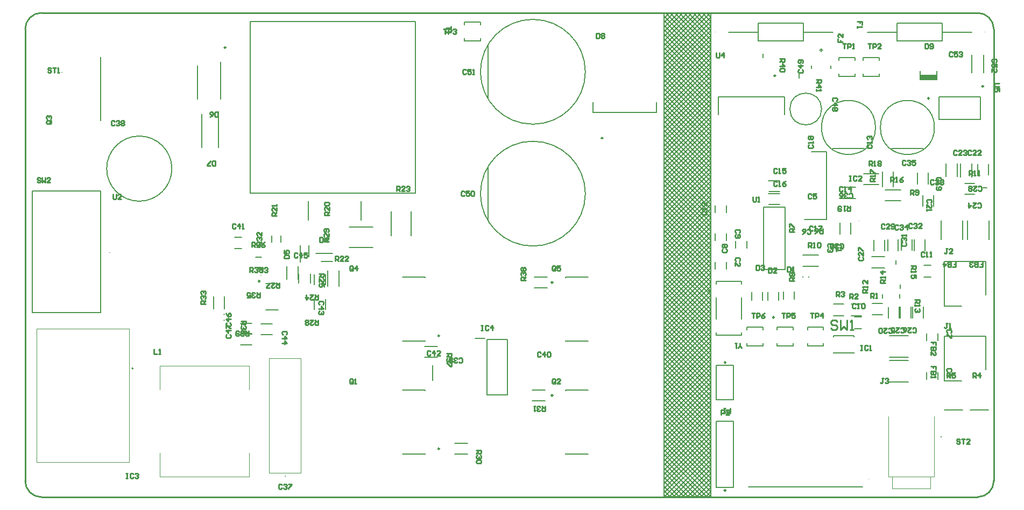
<source format=gto>
G04*
G04 #@! TF.GenerationSoftware,Altium Limited,Altium Designer,25.5.2 (35)*
G04*
G04 Layer_Color=65535*
%FSLAX44Y44*%
%MOMM*%
G71*
G04*
G04 #@! TF.SameCoordinates,5C3ED261-42B6-482D-99A8-9BAFA3442630*
G04*
G04*
G04 #@! TF.FilePolarity,Positive*
G04*
G01*
G75*
%ADD10C,0.2540*%
%ADD11C,0.2500*%
%ADD12C,0.1500*%
%ADD13C,0.1000*%
%ADD14C,0.2000*%
%ADD15C,0.1270*%
%ADD16C,0.2032*%
%ADD17R,2.6000X0.7778*%
D10*
X1778000Y990600D02*
G03*
X1752600Y1016000I-25400J0D01*
G01*
Y254000D02*
G03*
X1778000Y279400I0J25400D01*
G01*
X279400Y1016000D02*
G03*
X254000Y990600I0J-25400D01*
G01*
Y279400D02*
G03*
X279400Y254000I25400J0D01*
G01*
X1752600D01*
X279400Y1016000D02*
X1752600D01*
X1778000Y279400D02*
Y990600D01*
X254000Y279400D02*
Y990600D01*
X1531490Y529967D02*
X1528951Y532506D01*
X1523872D01*
X1521333Y529967D01*
Y527428D01*
X1523872Y524888D01*
X1528951D01*
X1531490Y522349D01*
Y519810D01*
X1528951Y517271D01*
X1523872D01*
X1521333Y519810D01*
X1536568Y532506D02*
Y517271D01*
X1541646Y522349D01*
X1546725Y517271D01*
Y532506D01*
X1551803Y517271D02*
X1556882D01*
X1554342D01*
Y532506D01*
X1551803Y529967D01*
X1041528Y594738D02*
X1033911D01*
Y598546D01*
X1035180Y599816D01*
X1037719D01*
X1038989Y598546D01*
Y594738D01*
Y597277D02*
X1041528Y599816D01*
X1035180Y602355D02*
X1033911Y603625D01*
Y606164D01*
X1035180Y607434D01*
X1036450D01*
X1037719Y606164D01*
Y604894D01*
Y606164D01*
X1038989Y607434D01*
X1040259D01*
X1041528Y606164D01*
Y603625D01*
X1040259Y602355D01*
X1035180Y609973D02*
X1033911Y611242D01*
Y613782D01*
X1035180Y615051D01*
X1036450D01*
X1037719Y613782D01*
X1038989Y615051D01*
X1040259D01*
X1041528Y613782D01*
Y611242D01*
X1040259Y609973D01*
X1038989D01*
X1037719Y611242D01*
X1036450Y609973D01*
X1035180D01*
X1037719Y611242D02*
Y613782D01*
X916812Y479682D02*
X924429D01*
Y475873D01*
X923160Y474604D01*
X920621D01*
X919351Y475873D01*
Y479682D01*
Y477143D02*
X916812Y474604D01*
X923160Y472065D02*
X924429Y470795D01*
Y468256D01*
X923160Y466986D01*
X921890D01*
X920621Y468256D01*
Y469526D01*
Y468256D01*
X919351Y466986D01*
X918081D01*
X916812Y468256D01*
Y470795D01*
X918081Y472065D01*
X924429Y464447D02*
Y459369D01*
X923160D01*
X918081Y464447D01*
X916812D01*
X1071626Y396748D02*
Y389131D01*
X1067817D01*
X1066548Y390400D01*
Y392939D01*
X1067817Y394209D01*
X1071626D01*
X1069087D02*
X1066548Y396748D01*
X1064008Y390400D02*
X1062739Y389131D01*
X1060200D01*
X1058930Y390400D01*
Y391670D01*
X1060200Y392939D01*
X1061469D01*
X1060200D01*
X1058930Y394209D01*
Y395478D01*
X1060200Y396748D01*
X1062739D01*
X1064008Y395478D01*
X1056391Y396748D02*
X1053852D01*
X1055121D01*
Y389131D01*
X1056391Y390400D01*
X963802Y327282D02*
X971419D01*
Y323474D01*
X970150Y322204D01*
X967611D01*
X966341Y323474D01*
Y327282D01*
Y324743D02*
X963802Y322204D01*
X970150Y319665D02*
X971419Y318395D01*
Y315856D01*
X970150Y314586D01*
X968880D01*
X967611Y315856D01*
Y317126D01*
Y315856D01*
X966341Y314586D01*
X965071D01*
X963802Y315856D01*
Y318395D01*
X965071Y319665D01*
X970150Y312047D02*
X971419Y310778D01*
Y308238D01*
X970150Y306969D01*
X965071D01*
X963802Y308238D01*
Y310778D01*
X965071Y312047D01*
X970150D01*
X1533021Y974975D02*
Y969897D01*
X1536829D01*
Y972436D01*
Y969897D01*
X1540638D01*
Y982593D02*
Y977514D01*
X1535560Y982593D01*
X1534290D01*
X1533021Y981323D01*
Y978784D01*
X1534290Y977514D01*
X1570859Y997334D02*
Y1002413D01*
X1567051D01*
Y999874D01*
Y1002413D01*
X1563242D01*
Y994795D02*
Y992256D01*
Y993525D01*
X1570859D01*
X1569590Y994795D01*
X1397124Y543429D02*
X1402202D01*
X1399663D01*
Y535812D01*
X1404741D02*
Y543429D01*
X1408550D01*
X1409820Y542160D01*
Y539621D01*
X1408550Y538351D01*
X1404741D01*
X1417437Y543429D02*
X1414898Y542160D01*
X1412359Y539621D01*
Y537081D01*
X1413628Y535812D01*
X1416168D01*
X1417437Y537081D01*
Y538351D01*
X1416168Y539621D01*
X1412359D01*
X1444749Y543429D02*
X1449827D01*
X1447288D01*
Y535812D01*
X1452366D02*
Y543429D01*
X1456175D01*
X1457445Y542160D01*
Y539621D01*
X1456175Y538351D01*
X1452366D01*
X1465062Y543429D02*
X1459984D01*
Y539621D01*
X1462523Y540890D01*
X1463793D01*
X1465062Y539621D01*
Y537081D01*
X1463793Y535812D01*
X1461253D01*
X1459984Y537081D01*
X911860Y990598D02*
X916938D01*
X914399D01*
Y982980D01*
X919477D02*
Y990598D01*
X923286D01*
X924556Y989328D01*
Y986789D01*
X923286Y985519D01*
X919477D01*
X927095Y989328D02*
X928365Y990598D01*
X930904D01*
X932173Y989328D01*
Y988058D01*
X930904Y986789D01*
X929634D01*
X930904D01*
X932173Y985519D01*
Y984250D01*
X930904Y982980D01*
X928365D01*
X927095Y984250D01*
X1580004Y967609D02*
X1585082D01*
X1582543D01*
Y959992D01*
X1587621D02*
Y967609D01*
X1591430D01*
X1592700Y966340D01*
Y963801D01*
X1591430Y962531D01*
X1587621D01*
X1600317Y959992D02*
X1595239D01*
X1600317Y965070D01*
Y966340D01*
X1599048Y967609D01*
X1596508D01*
X1595239Y966340D01*
X1540634Y967609D02*
X1545712D01*
X1543173D01*
Y959992D01*
X1548252D02*
Y967609D01*
X1552060D01*
X1553330Y966340D01*
Y963801D01*
X1552060Y962531D01*
X1548252D01*
X1555869Y959992D02*
X1558408D01*
X1557139D01*
Y967609D01*
X1555869Y966340D01*
X1489834Y543429D02*
X1494913D01*
X1492374D01*
Y535812D01*
X1497452D02*
Y543429D01*
X1501261D01*
X1502530Y542160D01*
Y539621D01*
X1501261Y538351D01*
X1497452D01*
X1508878Y535812D02*
Y543429D01*
X1505070Y539621D01*
X1510148D01*
X1568450Y492757D02*
X1570989D01*
X1569720D01*
Y485140D01*
X1568450D01*
X1570989D01*
X1579876Y491488D02*
X1578607Y492757D01*
X1576068D01*
X1574798Y491488D01*
Y486410D01*
X1576068Y485140D01*
X1578607D01*
X1579876Y486410D01*
X1582415Y485140D02*
X1584955D01*
X1583685D01*
Y492757D01*
X1582415Y491488D01*
X1381381Y488065D02*
Y489334D01*
X1378842Y491873D01*
X1376302Y489334D01*
Y488065D01*
X1378842Y491873D02*
Y495682D01*
X1373763D02*
X1371224D01*
X1372493D01*
Y488065D01*
X1373763Y489334D01*
X1786251Y905385D02*
X1779903D01*
X1778634Y904116D01*
Y901576D01*
X1779903Y900307D01*
X1786251D01*
Y892689D02*
Y897767D01*
X1782443D01*
X1783712Y895228D01*
Y893959D01*
X1782443Y892689D01*
X1779903D01*
X1778634Y893959D01*
Y896498D01*
X1779903Y897767D01*
X1341628Y953260D02*
Y946912D01*
X1342898Y945642D01*
X1345437D01*
X1346706Y946912D01*
Y953260D01*
X1353054Y945642D02*
Y953260D01*
X1349245Y949451D01*
X1354324D01*
X1498726Y910721D02*
X1506343D01*
Y906912D01*
X1505074Y905642D01*
X1502535D01*
X1501265Y906912D01*
Y910721D01*
Y908182D02*
X1498726Y905642D01*
Y899294D02*
X1506343D01*
X1502535Y903103D01*
Y898025D01*
X1498726Y895486D02*
Y892946D01*
Y894216D01*
X1506343D01*
X1505074Y895486D01*
X1441576Y943740D02*
X1449193D01*
Y939931D01*
X1447924Y938662D01*
X1445385D01*
X1444115Y939931D01*
Y943740D01*
Y941201D02*
X1441576Y938662D01*
Y932314D02*
X1449193D01*
X1445385Y936123D01*
Y931044D01*
X1447924Y928505D02*
X1449193Y927236D01*
Y924696D01*
X1447924Y923427D01*
X1442845D01*
X1441576Y924696D01*
Y927236D01*
X1442845Y928505D01*
X1447924D01*
X605920Y515494D02*
Y507877D01*
X602112D01*
X600842Y509146D01*
Y511685D01*
X602112Y512955D01*
X605920D01*
X603381D02*
X600842Y515494D01*
X598303Y509146D02*
X597033Y507877D01*
X594494D01*
X593224Y509146D01*
Y510416D01*
X594494Y511685D01*
X595764D01*
X594494D01*
X593224Y512955D01*
Y514225D01*
X594494Y515494D01*
X597033D01*
X598303Y514225D01*
X590685D02*
X589416Y515494D01*
X586876D01*
X585607Y514225D01*
Y509146D01*
X586876Y507877D01*
X589416D01*
X590685Y509146D01*
Y510416D01*
X589416Y511685D01*
X585607D01*
X606930Y608202D02*
Y615819D01*
X610738D01*
X612008Y614550D01*
Y612011D01*
X610738Y610741D01*
X606930D01*
X609469D02*
X612008Y608202D01*
X614547Y614550D02*
X615817Y615819D01*
X618356D01*
X619626Y614550D01*
Y613280D01*
X618356Y612011D01*
X617086D01*
X618356D01*
X619626Y610741D01*
Y609471D01*
X618356Y608202D01*
X615817D01*
X614547Y609471D01*
X627243Y615819D02*
X624704Y614550D01*
X622165Y612011D01*
Y609471D01*
X623434Y608202D01*
X625974D01*
X627243Y609471D01*
Y610741D01*
X625974Y612011D01*
X622165D01*
X623054Y575692D02*
Y568075D01*
X619245D01*
X617976Y569344D01*
Y571883D01*
X619245Y573153D01*
X623054D01*
X620515D02*
X617976Y575692D01*
X615437Y569344D02*
X614167Y568075D01*
X611628D01*
X610358Y569344D01*
Y570614D01*
X611628Y571883D01*
X612898D01*
X611628D01*
X610358Y573153D01*
Y574423D01*
X611628Y575692D01*
X614167D01*
X615437Y574423D01*
X602741Y568075D02*
X607819D01*
Y571883D01*
X605280Y570614D01*
X604010D01*
X602741Y571883D01*
Y574423D01*
X604010Y575692D01*
X606550D01*
X607819Y574423D01*
X593322Y530990D02*
X600939D01*
Y527182D01*
X599670Y525912D01*
X597131D01*
X595861Y527182D01*
Y530990D01*
Y528451D02*
X593322Y525912D01*
X599670Y523373D02*
X600939Y522103D01*
Y519564D01*
X599670Y518294D01*
X598400D01*
X597131Y519564D01*
Y520834D01*
Y519564D01*
X595861Y518294D01*
X594591D01*
X593322Y519564D01*
Y522103D01*
X594591Y523373D01*
X593322Y511946D02*
X600939D01*
X597131Y515755D01*
Y510677D01*
X537846Y558162D02*
X530229D01*
Y561971D01*
X531498Y563241D01*
X534037D01*
X535307Y561971D01*
Y558162D01*
Y560702D02*
X537846Y563241D01*
X531498Y565780D02*
X530229Y567050D01*
Y569589D01*
X531498Y570858D01*
X532768D01*
X534037Y569589D01*
Y568319D01*
Y569589D01*
X535307Y570858D01*
X536577D01*
X537846Y569589D01*
Y567050D01*
X536577Y565780D01*
X531498Y573398D02*
X530229Y574667D01*
Y577206D01*
X531498Y578476D01*
X532768D01*
X534037Y577206D01*
Y575937D01*
Y577206D01*
X535307Y578476D01*
X536577D01*
X537846Y577206D01*
Y574667D01*
X536577Y573398D01*
X626238Y650364D02*
X618621D01*
Y654173D01*
X619890Y655442D01*
X622429D01*
X623699Y654173D01*
Y650364D01*
Y652903D02*
X626238Y655442D01*
X619890Y657981D02*
X618621Y659251D01*
Y661790D01*
X619890Y663060D01*
X621160D01*
X622429Y661790D01*
Y660520D01*
Y661790D01*
X623699Y663060D01*
X624969D01*
X626238Y661790D01*
Y659251D01*
X624969Y657981D01*
X626238Y670677D02*
Y665599D01*
X621160Y670677D01*
X619890D01*
X618621Y669408D01*
Y666868D01*
X619890Y665599D01*
X731394Y655698D02*
X723777D01*
Y659507D01*
X725046Y660776D01*
X727585D01*
X728855Y659507D01*
Y655698D01*
Y658237D02*
X731394Y660776D01*
Y668394D02*
Y663315D01*
X726316Y668394D01*
X725046D01*
X723777Y667124D01*
Y664585D01*
X725046Y663315D01*
X730125Y670933D02*
X731394Y672202D01*
Y674742D01*
X730125Y676011D01*
X725046D01*
X723777Y674742D01*
Y672202D01*
X725046Y670933D01*
X726316D01*
X727585Y672202D01*
Y676011D01*
X714886Y532766D02*
Y525149D01*
X711077D01*
X709808Y526418D01*
Y528957D01*
X711077Y530227D01*
X714886D01*
X712347D02*
X709808Y532766D01*
X702190D02*
X707269D01*
X702190Y527688D01*
Y526418D01*
X703460Y525149D01*
X705999D01*
X707269Y526418D01*
X699651D02*
X698382Y525149D01*
X695842D01*
X694573Y526418D01*
Y527688D01*
X695842Y528957D01*
X694573Y530227D01*
Y531497D01*
X695842Y532766D01*
X698382D01*
X699651Y531497D01*
Y530227D01*
X698382Y528957D01*
X699651Y527688D01*
Y526418D01*
X698382Y528957D02*
X695842D01*
X654180Y591186D02*
Y583569D01*
X650371D01*
X649102Y584838D01*
Y587377D01*
X650371Y588647D01*
X654180D01*
X651641D02*
X649102Y591186D01*
X641484D02*
X646563D01*
X641484Y586108D01*
Y584838D01*
X642754Y583569D01*
X645293D01*
X646563Y584838D01*
X638945Y583569D02*
X633867D01*
Y584838D01*
X638945Y589917D01*
Y591186D01*
X610232Y647318D02*
Y654935D01*
X614040D01*
X615310Y653666D01*
Y651127D01*
X614040Y649857D01*
X610232D01*
X612771D02*
X615310Y647318D01*
X622928D02*
X617849D01*
X622928Y652396D01*
Y653666D01*
X621658Y654935D01*
X619119D01*
X617849Y653666D01*
X630545Y654935D02*
X628006Y653666D01*
X625467Y651127D01*
Y648587D01*
X626736Y647318D01*
X629276D01*
X630545Y648587D01*
Y649857D01*
X629276Y651127D01*
X625467D01*
X716152Y605412D02*
X723769D01*
Y601604D01*
X722500Y600334D01*
X719961D01*
X718691Y601604D01*
Y605412D01*
Y602873D02*
X716152Y600334D01*
Y592716D02*
Y597795D01*
X721230Y592716D01*
X722500D01*
X723769Y593986D01*
Y596525D01*
X722500Y597795D01*
X723769Y585099D02*
Y590177D01*
X719961D01*
X721230Y587638D01*
Y586368D01*
X719961Y585099D01*
X717421D01*
X716152Y586368D01*
Y588908D01*
X717421Y590177D01*
X714886Y571914D02*
Y564296D01*
X711077D01*
X709808Y565566D01*
Y568105D01*
X711077Y569375D01*
X714886D01*
X712347D02*
X709808Y571914D01*
X702190D02*
X707269D01*
X702190Y566836D01*
Y565566D01*
X703460Y564296D01*
X705999D01*
X707269Y565566D01*
X695842Y571914D02*
Y564296D01*
X699651Y568105D01*
X694573D01*
X838578Y735456D02*
Y743073D01*
X842386D01*
X843656Y741804D01*
Y739265D01*
X842386Y737995D01*
X838578D01*
X841117D02*
X843656Y735456D01*
X851274D02*
X846195D01*
X851274Y740534D01*
Y741804D01*
X850004Y743073D01*
X847465D01*
X846195Y741804D01*
X853813D02*
X855082Y743073D01*
X857622D01*
X858891Y741804D01*
Y740534D01*
X857622Y739265D01*
X856352D01*
X857622D01*
X858891Y737995D01*
Y736725D01*
X857622Y735456D01*
X855082D01*
X853813Y736725D01*
X742058Y625220D02*
Y632837D01*
X745866D01*
X747136Y631568D01*
Y629029D01*
X745866Y627759D01*
X742058D01*
X744597D02*
X747136Y625220D01*
X754754D02*
X749675D01*
X754754Y630298D01*
Y631568D01*
X753484Y632837D01*
X750945D01*
X749675Y631568D01*
X762371Y625220D02*
X757293D01*
X762371Y630298D01*
Y631568D01*
X761102Y632837D01*
X758562D01*
X757293Y631568D01*
X649606Y696592D02*
X641989D01*
Y700401D01*
X643258Y701670D01*
X645797D01*
X647067Y700401D01*
Y696592D01*
Y699131D02*
X649606Y701670D01*
Y709288D02*
Y704210D01*
X644528Y709288D01*
X643258D01*
X641989Y708018D01*
Y705479D01*
X643258Y704210D01*
X649606Y711827D02*
Y714366D01*
Y713097D01*
X641989D01*
X643258Y711827D01*
X732156Y697862D02*
X724539D01*
Y701670D01*
X725808Y702940D01*
X728347D01*
X729617Y701670D01*
Y697862D01*
Y700401D02*
X732156Y702940D01*
Y710557D02*
Y705479D01*
X727078Y710557D01*
X725808D01*
X724539Y709288D01*
Y706749D01*
X725808Y705479D01*
Y713097D02*
X724539Y714366D01*
Y716906D01*
X725808Y718175D01*
X730887D01*
X732156Y716906D01*
Y714366D01*
X730887Y713097D01*
X725808D01*
X1551689Y711836D02*
Y704219D01*
X1547880D01*
X1546611Y705488D01*
Y708027D01*
X1547880Y709297D01*
X1551689D01*
X1549150D02*
X1546611Y711836D01*
X1544072D02*
X1541532D01*
X1542802D01*
Y704219D01*
X1544072Y705488D01*
X1537724Y710567D02*
X1536454Y711836D01*
X1533915D01*
X1532645Y710567D01*
Y705488D01*
X1533915Y704219D01*
X1536454D01*
X1537724Y705488D01*
Y706758D01*
X1536454Y708027D01*
X1532645D01*
X1581401Y775334D02*
Y782951D01*
X1585210D01*
X1586479Y781682D01*
Y779143D01*
X1585210Y777873D01*
X1581401D01*
X1583940D02*
X1586479Y775334D01*
X1589019D02*
X1591558D01*
X1590288D01*
Y782951D01*
X1589019Y781682D01*
X1595366D02*
X1596636Y782951D01*
X1599175D01*
X1600445Y781682D01*
Y780412D01*
X1599175Y779143D01*
X1600445Y777873D01*
Y776603D01*
X1599175Y775334D01*
X1596636D01*
X1595366Y776603D01*
Y777873D01*
X1596636Y779143D01*
X1595366Y780412D01*
Y781682D01*
X1596636Y779143D02*
X1599175D01*
X1590676Y750821D02*
X1583059D01*
Y754630D01*
X1584328Y755899D01*
X1586867D01*
X1588137Y754630D01*
Y750821D01*
Y753360D02*
X1590676Y755899D01*
Y758438D02*
Y760978D01*
Y759708D01*
X1583059D01*
X1584328Y758438D01*
X1583059Y764786D02*
Y769865D01*
X1584328D01*
X1589407Y764786D01*
X1590676D01*
X1615691Y749934D02*
Y757551D01*
X1619500D01*
X1620769Y756282D01*
Y753743D01*
X1619500Y752473D01*
X1615691D01*
X1618230D02*
X1620769Y749934D01*
X1623309D02*
X1625848D01*
X1624578D01*
Y757551D01*
X1623309Y756282D01*
X1634735Y757551D02*
X1632196Y756282D01*
X1629656Y753743D01*
Y751203D01*
X1630926Y749934D01*
X1633465D01*
X1634735Y751203D01*
Y752473D01*
X1633465Y753743D01*
X1629656D01*
X1606932Y591309D02*
X1599315D01*
Y595118D01*
X1600584Y596387D01*
X1603123D01*
X1604393Y595118D01*
Y591309D01*
Y593848D02*
X1606932Y596387D01*
Y598927D02*
Y601466D01*
Y600196D01*
X1599315D01*
X1600584Y598927D01*
X1606932Y609083D02*
X1599315D01*
X1603123Y605274D01*
Y610353D01*
X1653778Y564391D02*
X1661395D01*
Y560582D01*
X1660126Y559313D01*
X1657587D01*
X1656317Y560582D01*
Y564391D01*
Y561852D02*
X1653778Y559313D01*
Y556773D02*
Y554234D01*
Y555504D01*
X1661395D01*
X1660126Y556773D01*
Y550426D02*
X1661395Y549156D01*
Y546617D01*
X1660126Y545347D01*
X1658856D01*
X1657587Y546617D01*
Y547886D01*
Y546617D01*
X1656317Y545347D01*
X1655047D01*
X1653778Y546617D01*
Y549156D01*
X1655047Y550426D01*
X1578992Y576069D02*
X1571375D01*
Y579878D01*
X1572644Y581147D01*
X1575183D01*
X1576453Y579878D01*
Y576069D01*
Y578608D02*
X1578992Y581147D01*
Y583686D02*
Y586226D01*
Y584956D01*
X1571375D01*
X1572644Y583686D01*
X1578992Y595113D02*
Y590034D01*
X1573914Y595113D01*
X1572644D01*
X1571375Y593843D01*
Y591304D01*
X1572644Y590034D01*
X1648078Y617731D02*
X1655695D01*
Y613922D01*
X1654426Y612653D01*
X1651887D01*
X1650617Y613922D01*
Y617731D01*
Y615192D02*
X1648078Y612653D01*
Y610113D02*
Y607574D01*
Y608844D01*
X1655695D01*
X1654426Y610113D01*
X1655695Y598687D02*
Y603766D01*
X1651887D01*
X1653156Y601226D01*
Y599957D01*
X1651887Y598687D01*
X1649347D01*
X1648078Y599957D01*
Y602496D01*
X1649347Y603766D01*
X1738881Y760094D02*
Y767711D01*
X1742690D01*
X1743960Y766442D01*
Y763903D01*
X1742690Y762633D01*
X1738881D01*
X1741420D02*
X1743960Y760094D01*
X1746499D02*
X1749038D01*
X1747768D01*
Y767711D01*
X1746499Y766442D01*
X1752847Y760094D02*
X1755386D01*
X1754116D01*
Y767711D01*
X1752847Y766442D01*
X1486151Y647064D02*
Y654681D01*
X1489960D01*
X1491229Y653412D01*
Y650873D01*
X1489960Y649603D01*
X1486151D01*
X1488690D02*
X1491229Y647064D01*
X1493768D02*
X1496308D01*
X1495038D01*
Y654681D01*
X1493768Y653412D01*
X1500116D02*
X1501386Y654681D01*
X1503925D01*
X1505195Y653412D01*
Y648333D01*
X1503925Y647064D01*
X1501386D01*
X1500116Y648333D01*
Y653412D01*
X1646807Y730122D02*
Y737739D01*
X1650616D01*
X1651885Y736470D01*
Y733931D01*
X1650616Y732661D01*
X1646807D01*
X1649346D02*
X1651885Y730122D01*
X1654424Y731391D02*
X1655694Y730122D01*
X1658233D01*
X1659503Y731391D01*
Y736470D01*
X1658233Y737739D01*
X1655694D01*
X1654424Y736470D01*
Y735200D01*
X1655694Y733931D01*
X1659503D01*
X1464184Y594485D02*
X1456567D01*
Y598294D01*
X1457836Y599563D01*
X1460375D01*
X1461645Y598294D01*
Y594485D01*
Y597024D02*
X1464184Y599563D01*
X1457836Y602103D02*
X1456567Y603372D01*
Y605911D01*
X1457836Y607181D01*
X1459106D01*
X1460375Y605911D01*
X1461645Y607181D01*
X1462915D01*
X1464184Y605911D01*
Y603372D01*
X1462915Y602103D01*
X1461645D01*
X1460375Y603372D01*
X1459106Y602103D01*
X1457836D01*
X1460375Y603372D02*
Y605911D01*
X1464438Y671447D02*
X1456821D01*
Y675256D01*
X1458090Y676525D01*
X1460629D01*
X1461899Y675256D01*
Y671447D01*
Y673986D02*
X1464438Y676525D01*
X1456821Y679064D02*
Y684143D01*
X1458090D01*
X1463169Y679064D01*
X1464438D01*
X1508889Y676530D02*
Y668913D01*
X1505080D01*
X1503811Y670182D01*
Y672721D01*
X1505080Y673991D01*
X1508889D01*
X1506350D02*
X1503811Y676530D01*
X1496193Y668913D02*
X1498732Y670182D01*
X1501272Y672721D01*
Y675261D01*
X1500002Y676530D01*
X1497463D01*
X1496193Y675261D01*
Y673991D01*
X1497463Y672721D01*
X1501272D01*
X1704211Y441578D02*
Y449195D01*
X1708020D01*
X1709289Y447926D01*
Y445387D01*
X1708020Y444117D01*
X1704211D01*
X1706750D02*
X1709289Y441578D01*
X1716907Y449195D02*
X1711828D01*
Y445387D01*
X1714368Y446656D01*
X1715637D01*
X1716907Y445387D01*
Y442847D01*
X1715637Y441578D01*
X1713098D01*
X1711828Y442847D01*
X1744851Y441578D02*
Y449195D01*
X1748660D01*
X1749929Y447926D01*
Y445387D01*
X1748660Y444117D01*
X1744851D01*
X1747390D02*
X1749929Y441578D01*
X1756277D02*
Y449195D01*
X1752469Y445387D01*
X1757547D01*
X1529713Y570102D02*
Y577719D01*
X1533522D01*
X1534791Y576450D01*
Y573911D01*
X1533522Y572641D01*
X1529713D01*
X1532252D02*
X1534791Y570102D01*
X1537330Y576450D02*
X1538600Y577719D01*
X1541139D01*
X1542409Y576450D01*
Y575180D01*
X1541139Y573911D01*
X1539870D01*
X1541139D01*
X1542409Y572641D01*
Y571371D01*
X1541139Y570102D01*
X1538600D01*
X1537330Y571371D01*
X293753Y846197D02*
X288674D01*
X287405Y844928D01*
Y842389D01*
X288674Y841119D01*
X293753D01*
X295022Y842389D01*
Y844928D01*
X292483Y843658D02*
X295022Y846197D01*
Y844928D02*
X293753Y846197D01*
X288674Y848736D02*
X287405Y850006D01*
Y852545D01*
X288674Y853815D01*
X289944D01*
X291213Y852545D01*
Y851276D01*
Y852545D01*
X292483Y853815D01*
X293753D01*
X295022Y852545D01*
Y850006D01*
X293753Y848736D01*
X1363093Y393828D02*
Y386211D01*
X1359284D01*
X1358014Y387480D01*
Y390019D01*
X1359284Y391289D01*
X1363093D01*
X1355475Y393828D02*
X1352936D01*
X1354205D01*
Y386211D01*
X1355475Y387480D01*
X1713362Y616589D02*
X1718440D01*
Y620397D01*
X1715901D01*
X1718440D01*
Y624206D01*
X1710823Y616589D02*
Y624206D01*
X1707014D01*
X1705744Y622937D01*
Y621667D01*
X1707014Y620397D01*
X1710823D01*
X1707014D01*
X1705744Y619128D01*
Y617858D01*
X1707014Y616589D01*
X1710823D01*
X1699396Y624206D02*
Y616589D01*
X1703205Y620397D01*
X1698127D01*
X1755272Y616589D02*
X1760350D01*
Y620397D01*
X1757811D01*
X1760350D01*
Y624206D01*
X1752733Y616589D02*
Y624206D01*
X1748924D01*
X1747654Y622937D01*
Y621667D01*
X1748924Y620397D01*
X1752733D01*
X1748924D01*
X1747654Y619128D01*
Y617858D01*
X1748924Y616589D01*
X1752733D01*
X1745115Y617858D02*
X1743846Y616589D01*
X1741306D01*
X1740037Y617858D01*
Y619128D01*
X1741306Y620397D01*
X1742576D01*
X1741306D01*
X1740037Y621667D01*
Y622937D01*
X1741306Y624206D01*
X1743846D01*
X1745115Y622937D01*
X1686571Y492659D02*
Y497737D01*
X1682763D01*
Y495198D01*
Y497737D01*
X1678954D01*
X1686571Y490120D02*
X1678954D01*
Y486311D01*
X1680223Y485041D01*
X1681493D01*
X1682763Y486311D01*
Y490120D01*
Y486311D01*
X1684032Y485041D01*
X1685302D01*
X1686571Y486311D01*
Y490120D01*
X1678954Y477424D02*
Y482502D01*
X1684032Y477424D01*
X1685302D01*
X1686571Y478693D01*
Y481232D01*
X1685302Y482502D01*
X1686571Y454558D02*
Y459637D01*
X1682762D01*
Y457098D01*
Y459637D01*
X1678954D01*
X1686571Y452019D02*
X1678954D01*
Y448210D01*
X1680223Y446941D01*
X1681493D01*
X1682762Y448210D01*
Y452019D01*
Y448210D01*
X1684032Y446941D01*
X1685302D01*
X1686571Y448210D01*
Y452019D01*
X1678954Y444402D02*
Y441862D01*
Y443132D01*
X1686571D01*
X1685302Y444402D01*
X1669667Y967355D02*
Y959738D01*
X1673476D01*
X1674745Y961007D01*
Y966086D01*
X1673476Y967355D01*
X1669667D01*
X1677285Y961007D02*
X1678554Y959738D01*
X1681093D01*
X1682363Y961007D01*
Y966086D01*
X1681093Y967355D01*
X1678554D01*
X1677285Y966086D01*
Y964816D01*
X1678554Y963547D01*
X1682363D01*
X1152777Y983865D02*
Y976248D01*
X1156586D01*
X1157855Y977517D01*
Y982596D01*
X1156586Y983865D01*
X1152777D01*
X1160395Y982596D02*
X1161664Y983865D01*
X1164203D01*
X1165473Y982596D01*
Y981326D01*
X1164203Y980057D01*
X1165473Y978787D01*
Y977517D01*
X1164203Y976248D01*
X1161664D01*
X1160395Y977517D01*
Y978787D01*
X1161664Y980057D01*
X1160395Y981326D01*
Y982596D01*
X1161664Y980057D02*
X1164203D01*
X553341Y775593D02*
Y783210D01*
X549532D01*
X548263Y781941D01*
Y776862D01*
X549532Y775593D01*
X553341D01*
X545723D02*
X540645D01*
Y776862D01*
X545723Y781941D01*
Y783210D01*
X557151Y852301D02*
Y859918D01*
X553342D01*
X552073Y858649D01*
Y853570D01*
X553342Y852301D01*
X557151D01*
X544455D02*
X546994Y853570D01*
X549534Y856109D01*
Y858649D01*
X548264Y859918D01*
X545725D01*
X544455Y858649D01*
Y857379D01*
X545725Y856109D01*
X549534D01*
X661801Y629791D02*
X669418D01*
Y633600D01*
X668149Y634869D01*
X663070D01*
X661801Y633600D01*
Y629791D01*
Y642487D02*
Y637408D01*
X665609D01*
X664340Y639948D01*
Y641217D01*
X665609Y642487D01*
X668149D01*
X669418Y641217D01*
Y638678D01*
X668149Y637408D01*
X717421Y662809D02*
Y655192D01*
X721230D01*
X722499Y656461D01*
Y661540D01*
X721230Y662809D01*
X717421D01*
X728847Y655192D02*
Y662809D01*
X725039Y659001D01*
X730117D01*
X1404237Y618867D02*
Y611250D01*
X1408046D01*
X1409315Y612519D01*
Y617598D01*
X1408046Y618867D01*
X1404237D01*
X1411855Y617598D02*
X1413124Y618867D01*
X1415663D01*
X1416933Y617598D01*
Y616328D01*
X1415663Y615059D01*
X1414394D01*
X1415663D01*
X1416933Y613789D01*
Y612519D01*
X1415663Y611250D01*
X1413124D01*
X1411855Y612519D01*
X1713352Y953640D02*
X1712083Y954909D01*
X1709543D01*
X1708274Y953640D01*
Y948561D01*
X1709543Y947292D01*
X1712083D01*
X1713352Y948561D01*
X1720970Y954909D02*
X1715891D01*
Y951101D01*
X1718430Y952370D01*
X1719700D01*
X1720970Y951101D01*
Y948561D01*
X1719700Y947292D01*
X1717161D01*
X1715891Y948561D01*
X1723509Y953640D02*
X1724778Y954909D01*
X1727318D01*
X1728587Y953640D01*
Y952370D01*
X1727318Y951101D01*
X1726048D01*
X1727318D01*
X1728587Y949831D01*
Y948561D01*
X1727318Y947292D01*
X1724778D01*
X1723509Y948561D01*
X1781426Y938154D02*
X1782695Y939424D01*
Y941963D01*
X1781426Y943232D01*
X1776347D01*
X1775078Y941963D01*
Y939424D01*
X1776347Y938154D01*
X1782695Y930536D02*
Y935615D01*
X1778887D01*
X1780156Y933076D01*
Y931806D01*
X1778887Y930536D01*
X1776347D01*
X1775078Y931806D01*
Y934345D01*
X1776347Y935615D01*
X1775078Y922919D02*
Y927997D01*
X1780156Y922919D01*
X1781426D01*
X1782695Y924188D01*
Y926728D01*
X1781426Y927997D01*
X947926Y925828D02*
X946657Y927097D01*
X944118D01*
X942848Y925828D01*
Y920750D01*
X944118Y919480D01*
X946657D01*
X947926Y920750D01*
X955544Y927097D02*
X950465D01*
Y923289D01*
X953005Y924558D01*
X954274D01*
X955544Y923289D01*
Y920750D01*
X954274Y919480D01*
X951735D01*
X950465Y920750D01*
X958083Y919480D02*
X960622D01*
X959353D01*
Y927097D01*
X958083Y925828D01*
X945386Y734058D02*
X944117Y735328D01*
X941578D01*
X940308Y734058D01*
Y728980D01*
X941578Y727710D01*
X944117D01*
X945386Y728980D01*
X953004Y735328D02*
X947925D01*
Y731519D01*
X950465Y732788D01*
X951734D01*
X953004Y731519D01*
Y728980D01*
X951734Y727710D01*
X949195D01*
X947925Y728980D01*
X955543Y734058D02*
X956813Y735328D01*
X959352D01*
X960621Y734058D01*
Y728980D01*
X959352Y727710D01*
X956813D01*
X955543Y728980D01*
Y734058D01*
X1471552Y926714D02*
X1470283Y925444D01*
Y922905D01*
X1471552Y921636D01*
X1476631D01*
X1477900Y922905D01*
Y925444D01*
X1476631Y926714D01*
X1477900Y933062D02*
X1470283D01*
X1474091Y929253D01*
Y934332D01*
X1476631Y936871D02*
X1477900Y938140D01*
Y940680D01*
X1476631Y941949D01*
X1471552D01*
X1470283Y940680D01*
Y938140D01*
X1471552Y936871D01*
X1472822D01*
X1474091Y938140D01*
Y941949D01*
X1530220Y877128D02*
X1531489Y878398D01*
Y880937D01*
X1530220Y882206D01*
X1525141D01*
X1523872Y880937D01*
Y878398D01*
X1525141Y877128D01*
X1523872Y870780D02*
X1531489D01*
X1527681Y874589D01*
Y869510D01*
X1530220Y866971D02*
X1531489Y865702D01*
Y863162D01*
X1530220Y861893D01*
X1528950D01*
X1527681Y863162D01*
X1526411Y861893D01*
X1525141D01*
X1523872Y863162D01*
Y865702D01*
X1525141Y866971D01*
X1526411D01*
X1527681Y865702D01*
X1528950Y866971D01*
X1530220D01*
X1527681Y865702D02*
Y863162D01*
X571122Y509900D02*
X569853Y508630D01*
Y506091D01*
X571122Y504822D01*
X576201D01*
X577470Y506091D01*
Y508630D01*
X576201Y509900D01*
X577470Y516248D02*
X569853D01*
X573661Y512439D01*
Y517518D01*
X569853Y520057D02*
Y525135D01*
X571122D01*
X576201Y520057D01*
X577470D01*
X571122Y527934D02*
X569853Y526665D01*
Y524125D01*
X571122Y522856D01*
X576201D01*
X577470Y524125D01*
Y526665D01*
X576201Y527934D01*
X577470Y534282D02*
X569853D01*
X573661Y530473D01*
Y535552D01*
X569853Y543169D02*
X571122Y540630D01*
X573661Y538091D01*
X576201D01*
X577470Y539360D01*
Y541900D01*
X576201Y543169D01*
X574931D01*
X573661Y541900D01*
Y538091D01*
X682366Y637156D02*
X681096Y638425D01*
X678557D01*
X677288Y637156D01*
Y632077D01*
X678557Y630808D01*
X681096D01*
X682366Y632077D01*
X688714Y630808D02*
Y638425D01*
X684905Y634617D01*
X689984D01*
X697601Y638425D02*
X692523D01*
Y634617D01*
X695062Y635886D01*
X696332D01*
X697601Y634617D01*
Y632077D01*
X696332Y630808D01*
X693792D01*
X692523Y632077D01*
X664588Y509910D02*
X665857Y511180D01*
Y513719D01*
X664588Y514988D01*
X659509D01*
X658240Y513719D01*
Y511180D01*
X659509Y509910D01*
X658240Y503562D02*
X665857D01*
X662049Y507371D01*
Y502292D01*
X658240Y495944D02*
X665857D01*
X662049Y499753D01*
Y494675D01*
X721992Y556900D02*
X723261Y558170D01*
Y560709D01*
X721992Y561978D01*
X716913D01*
X715644Y560709D01*
Y558170D01*
X716913Y556900D01*
X715644Y550552D02*
X723261D01*
X719453Y554361D01*
Y549282D01*
X721992Y546743D02*
X723261Y545474D01*
Y542934D01*
X721992Y541665D01*
X720722D01*
X719453Y542934D01*
Y544204D01*
Y542934D01*
X718183Y541665D01*
X716913D01*
X715644Y542934D01*
Y545474D01*
X716913Y546743D01*
X891662Y483232D02*
X890393Y484501D01*
X887853D01*
X886584Y483232D01*
Y478153D01*
X887853Y476884D01*
X890393D01*
X891662Y478153D01*
X898010Y476884D02*
Y484501D01*
X894201Y480693D01*
X899280D01*
X906897Y476884D02*
X901819D01*
X906897Y481962D01*
Y483232D01*
X905628Y484501D01*
X903088D01*
X901819Y483232D01*
X584831Y682876D02*
X583561Y684145D01*
X581022D01*
X579752Y682876D01*
Y677797D01*
X581022Y676528D01*
X583561D01*
X584831Y677797D01*
X591178Y676528D02*
Y684145D01*
X587370Y680337D01*
X592448D01*
X594987Y676528D02*
X597526D01*
X596257D01*
Y684145D01*
X594987Y682876D01*
X1065144Y480946D02*
X1063875Y482215D01*
X1061335D01*
X1060066Y480946D01*
Y475867D01*
X1061335Y474598D01*
X1063875D01*
X1065144Y475867D01*
X1071492Y474598D02*
Y482215D01*
X1067683Y478407D01*
X1072762D01*
X1075301Y480946D02*
X1076570Y482215D01*
X1079110D01*
X1080379Y480946D01*
Y475867D01*
X1079110Y474598D01*
X1076570D01*
X1075301Y475867D01*
Y480946D01*
X936376Y466474D02*
X937645Y465205D01*
X940185D01*
X941454Y466474D01*
Y471553D01*
X940185Y472822D01*
X937645D01*
X936376Y471553D01*
X933837Y466474D02*
X932567Y465205D01*
X930028D01*
X928758Y466474D01*
Y467744D01*
X930028Y469013D01*
X931298D01*
X930028D01*
X928758Y470283D01*
Y471553D01*
X930028Y472822D01*
X932567D01*
X933837Y471553D01*
X926219D02*
X924950Y472822D01*
X922410D01*
X921141Y471553D01*
Y466474D01*
X922410Y465205D01*
X924950D01*
X926219Y466474D01*
Y467744D01*
X924950Y469013D01*
X921141D01*
X394622Y845182D02*
X393353Y846451D01*
X390813D01*
X389544Y845182D01*
Y840103D01*
X390813Y838834D01*
X393353D01*
X394622Y840103D01*
X397161Y845182D02*
X398431Y846451D01*
X400970D01*
X402240Y845182D01*
Y843912D01*
X400970Y842643D01*
X399700D01*
X400970D01*
X402240Y841373D01*
Y840103D01*
X400970Y838834D01*
X398431D01*
X397161Y840103D01*
X404779Y845182D02*
X406048Y846451D01*
X408588D01*
X409857Y845182D01*
Y843912D01*
X408588Y842643D01*
X409857Y841373D01*
Y840103D01*
X408588Y838834D01*
X406048D01*
X404779Y840103D01*
Y841373D01*
X406048Y842643D01*
X404779Y843912D01*
Y845182D01*
X406048Y842643D02*
X408588D01*
X1550040Y725808D02*
X1551310Y724539D01*
X1553849D01*
X1555118Y725808D01*
Y730887D01*
X1553849Y732156D01*
X1551310D01*
X1550040Y730887D01*
X1547501Y725808D02*
X1546231Y724539D01*
X1543692D01*
X1542422Y725808D01*
Y727078D01*
X1543692Y728347D01*
X1544962D01*
X1543692D01*
X1542422Y729617D01*
Y730887D01*
X1543692Y732156D01*
X1546231D01*
X1547501Y730887D01*
X1534805Y724539D02*
X1537344Y725808D01*
X1539883Y728347D01*
Y730887D01*
X1538614Y732156D01*
X1536074D01*
X1534805Y730887D01*
Y729617D01*
X1536074Y728347D01*
X1539883D01*
X1638930Y782952D02*
X1637661Y784221D01*
X1635121D01*
X1633852Y782952D01*
Y777873D01*
X1635121Y776604D01*
X1637661D01*
X1638930Y777873D01*
X1641469Y782952D02*
X1642739Y784221D01*
X1645278D01*
X1646548Y782952D01*
Y781682D01*
X1645278Y780413D01*
X1644008D01*
X1645278D01*
X1646548Y779143D01*
Y777873D01*
X1645278Y776604D01*
X1642739D01*
X1641469Y777873D01*
X1654165Y784221D02*
X1649087D01*
Y780413D01*
X1651626Y781682D01*
X1652896D01*
X1654165Y780413D01*
Y777873D01*
X1652896Y776604D01*
X1650356D01*
X1649087Y777873D01*
X1627754Y681210D02*
X1626485Y682479D01*
X1623945D01*
X1622676Y681210D01*
Y676131D01*
X1623945Y674862D01*
X1626485D01*
X1627754Y676131D01*
X1630293Y681210D02*
X1631563Y682479D01*
X1634102D01*
X1635372Y681210D01*
Y679940D01*
X1634102Y678671D01*
X1632832D01*
X1634102D01*
X1635372Y677401D01*
Y676131D01*
X1634102Y674862D01*
X1631563D01*
X1630293Y676131D01*
X1641720Y674862D02*
Y682479D01*
X1637911Y678671D01*
X1642989D01*
X1683380Y752472D02*
X1682110Y753741D01*
X1679571D01*
X1678302Y752472D01*
Y747393D01*
X1679571Y746124D01*
X1682110D01*
X1683380Y747393D01*
X1685919Y752472D02*
X1687189Y753741D01*
X1689728D01*
X1690998Y752472D01*
Y751202D01*
X1689728Y749933D01*
X1688458D01*
X1689728D01*
X1690998Y748663D01*
Y747393D01*
X1689728Y746124D01*
X1687189D01*
X1685919Y747393D01*
X1693537Y752472D02*
X1694806Y753741D01*
X1697346D01*
X1698615Y752472D01*
Y751202D01*
X1697346Y749933D01*
X1696076D01*
X1697346D01*
X1698615Y748663D01*
Y747393D01*
X1697346Y746124D01*
X1694806D01*
X1693537Y747393D01*
X1649090Y683242D02*
X1647820Y684511D01*
X1645281D01*
X1644012Y683242D01*
Y678163D01*
X1645281Y676894D01*
X1647820D01*
X1649090Y678163D01*
X1651629Y683242D02*
X1652899Y684511D01*
X1655438D01*
X1656708Y683242D01*
Y681972D01*
X1655438Y680703D01*
X1654168D01*
X1655438D01*
X1656708Y679433D01*
Y678163D01*
X1655438Y676894D01*
X1652899D01*
X1651629Y678163D01*
X1664325Y676894D02*
X1659247D01*
X1664325Y681972D01*
Y683242D01*
X1663056Y684511D01*
X1660516D01*
X1659247Y683242D01*
X1634112Y654792D02*
X1632843Y653523D01*
Y650984D01*
X1634112Y649714D01*
X1639191D01*
X1640460Y650984D01*
Y653523D01*
X1639191Y654792D01*
X1634112Y657332D02*
X1632843Y658601D01*
Y661140D01*
X1634112Y662410D01*
X1635382D01*
X1636651Y661140D01*
Y659871D01*
Y661140D01*
X1637921Y662410D01*
X1639191D01*
X1640460Y661140D01*
Y658601D01*
X1639191Y657332D01*
X1640460Y664949D02*
Y667488D01*
Y666219D01*
X1632843D01*
X1634112Y664949D01*
X1535816Y646560D02*
X1537086Y645291D01*
X1539625D01*
X1540894Y646560D01*
Y651639D01*
X1539625Y652908D01*
X1537086D01*
X1535816Y651639D01*
X1533277Y646560D02*
X1532007Y645291D01*
X1529468D01*
X1528198Y646560D01*
Y647830D01*
X1529468Y649099D01*
X1530738D01*
X1529468D01*
X1528198Y650369D01*
Y651639D01*
X1529468Y652908D01*
X1532007D01*
X1533277Y651639D01*
X1525659Y646560D02*
X1524390Y645291D01*
X1521850D01*
X1520581Y646560D01*
Y651639D01*
X1521850Y652908D01*
X1524390D01*
X1525659Y651639D01*
Y646560D01*
X1605910Y682622D02*
X1604641Y683891D01*
X1602101D01*
X1600832Y682622D01*
Y677543D01*
X1602101Y676274D01*
X1604641D01*
X1605910Y677543D01*
X1613528Y676274D02*
X1608449D01*
X1613528Y681352D01*
Y682622D01*
X1612258Y683891D01*
X1609719D01*
X1608449Y682622D01*
X1616067Y677543D02*
X1617336Y676274D01*
X1619876D01*
X1621145Y677543D01*
Y682622D01*
X1619876Y683891D01*
X1617336D01*
X1616067Y682622D01*
Y681352D01*
X1617336Y680083D01*
X1621145D01*
X1753240Y737238D02*
X1754509Y735969D01*
X1757049D01*
X1758318Y737238D01*
Y742317D01*
X1757049Y743586D01*
X1754509D01*
X1753240Y742317D01*
X1745622Y743586D02*
X1750701D01*
X1745622Y738508D01*
Y737238D01*
X1746892Y735969D01*
X1749431D01*
X1750701Y737238D01*
X1743083D02*
X1741814Y735969D01*
X1739274D01*
X1738005Y737238D01*
Y738508D01*
X1739274Y739777D01*
X1738005Y741047D01*
Y742317D01*
X1739274Y743586D01*
X1741814D01*
X1743083Y742317D01*
Y741047D01*
X1741814Y739777D01*
X1743083Y738508D01*
Y737238D01*
X1741814Y739777D02*
X1739274D01*
X1650370Y513972D02*
X1651639Y512703D01*
X1654179D01*
X1655448Y513972D01*
Y519051D01*
X1654179Y520320D01*
X1651639D01*
X1650370Y519051D01*
X1642752Y520320D02*
X1647831D01*
X1642752Y515242D01*
Y513972D01*
X1644022Y512703D01*
X1646561D01*
X1647831Y513972D01*
X1635135Y512703D02*
X1637674Y513972D01*
X1640213Y516511D01*
Y519051D01*
X1638944Y520320D01*
X1636404D01*
X1635135Y519051D01*
Y517781D01*
X1636404Y516511D01*
X1640213D01*
X1566294Y631566D02*
X1565025Y630297D01*
Y627757D01*
X1566294Y626488D01*
X1571373D01*
X1572642Y627757D01*
Y630297D01*
X1571373Y631566D01*
X1572642Y639184D02*
Y634105D01*
X1567564Y639184D01*
X1566294D01*
X1565025Y637914D01*
Y635375D01*
X1566294Y634105D01*
X1565025Y641723D02*
Y646801D01*
X1566294D01*
X1571373Y641723D01*
X1572642D01*
X1631320Y513972D02*
X1632589Y512703D01*
X1635129D01*
X1636398Y513972D01*
Y519051D01*
X1635129Y520320D01*
X1632589D01*
X1631320Y519051D01*
X1623702Y520320D02*
X1628781D01*
X1623702Y515242D01*
Y513972D01*
X1624972Y512703D01*
X1627511D01*
X1628781Y513972D01*
X1616085Y512703D02*
X1621163D01*
Y516511D01*
X1618624Y515242D01*
X1617354D01*
X1616085Y516511D01*
Y519051D01*
X1617354Y520320D01*
X1619894D01*
X1621163Y519051D01*
X1752478Y710314D02*
X1753748Y709045D01*
X1756287D01*
X1757556Y710314D01*
Y715393D01*
X1756287Y716662D01*
X1753748D01*
X1752478Y715393D01*
X1744860Y716662D02*
X1749939D01*
X1744860Y711584D01*
Y710314D01*
X1746130Y709045D01*
X1748669D01*
X1749939Y710314D01*
X1738512Y716662D02*
Y709045D01*
X1742321Y712853D01*
X1737243D01*
X1719956Y798537D02*
X1718687Y799807D01*
X1716147D01*
X1714878Y798537D01*
Y793459D01*
X1716147Y792189D01*
X1718687D01*
X1719956Y793459D01*
X1727574Y792189D02*
X1722495D01*
X1727574Y797268D01*
Y798537D01*
X1726304Y799807D01*
X1723765D01*
X1722495Y798537D01*
X1730113D02*
X1731382Y799807D01*
X1733922D01*
X1735191Y798537D01*
Y797268D01*
X1733922Y795998D01*
X1732652D01*
X1733922D01*
X1735191Y794728D01*
Y793459D01*
X1733922Y792189D01*
X1731382D01*
X1730113Y793459D01*
X1742562Y798700D02*
X1741293Y799969D01*
X1738753D01*
X1737484Y798700D01*
Y793621D01*
X1738753Y792352D01*
X1741293D01*
X1742562Y793621D01*
X1750180Y792352D02*
X1745101D01*
X1750180Y797430D01*
Y798700D01*
X1748910Y799969D01*
X1746371D01*
X1745101Y798700D01*
X1757797Y792352D02*
X1752719D01*
X1757797Y797430D01*
Y798700D01*
X1756528Y799969D01*
X1753988D01*
X1752719Y798700D01*
X1678810Y717428D02*
X1680079Y718697D01*
Y721236D01*
X1678810Y722506D01*
X1673731D01*
X1672462Y721236D01*
Y718697D01*
X1673731Y717428D01*
X1672462Y709810D02*
Y714888D01*
X1677540Y709810D01*
X1678810D01*
X1680079Y711080D01*
Y713619D01*
X1678810Y714888D01*
X1672462Y707271D02*
Y704732D01*
Y706001D01*
X1680079D01*
X1678810Y707271D01*
X1612270Y513622D02*
X1613539Y512353D01*
X1616079D01*
X1617348Y513622D01*
Y518701D01*
X1616079Y519970D01*
X1613539D01*
X1612270Y518701D01*
X1604652Y519970D02*
X1609731D01*
X1604652Y514892D01*
Y513622D01*
X1605922Y512353D01*
X1608461D01*
X1609731Y513622D01*
X1602113D02*
X1600844Y512353D01*
X1598304D01*
X1597035Y513622D01*
Y518701D01*
X1598304Y519970D01*
X1600844D01*
X1602113Y518701D01*
Y513622D01*
X1693542Y751591D02*
X1694811Y752860D01*
Y755399D01*
X1693542Y756669D01*
X1688463D01*
X1687194Y755399D01*
Y752860D01*
X1688463Y751591D01*
X1687194Y749052D02*
Y746512D01*
Y747782D01*
X1694811D01*
X1693542Y749052D01*
X1688463Y742704D02*
X1687194Y741434D01*
Y738895D01*
X1688463Y737625D01*
X1693542D01*
X1694811Y738895D01*
Y741434D01*
X1693542Y742704D01*
X1692272D01*
X1691003Y741434D01*
Y737625D01*
X1487046Y808223D02*
X1485777Y806954D01*
Y804415D01*
X1487046Y803145D01*
X1492125D01*
X1493394Y804415D01*
Y806954D01*
X1492125Y808223D01*
X1493394Y810762D02*
Y813302D01*
Y812032D01*
X1485777D01*
X1487046Y810762D01*
Y817110D02*
X1485777Y818380D01*
Y820919D01*
X1487046Y822189D01*
X1488316D01*
X1489585Y820919D01*
X1490855Y822189D01*
X1492125D01*
X1493394Y820919D01*
Y818380D01*
X1492125Y817110D01*
X1490855D01*
X1489585Y818380D01*
X1488316Y817110D01*
X1487046D01*
X1489585Y818380D02*
Y820919D01*
X1493007Y679320D02*
X1491738Y680589D01*
X1489198D01*
X1487929Y679320D01*
Y674241D01*
X1489198Y672972D01*
X1491738D01*
X1493007Y674241D01*
X1495547Y672972D02*
X1498086D01*
X1496816D01*
Y680589D01*
X1495547Y679320D01*
X1501894Y680589D02*
X1506973D01*
Y679320D01*
X1501894Y674241D01*
Y672972D01*
X1436619Y749932D02*
X1435350Y751201D01*
X1432811D01*
X1431541Y749932D01*
Y744853D01*
X1432811Y743584D01*
X1435350D01*
X1436619Y744853D01*
X1439158Y743584D02*
X1441698D01*
X1440428D01*
Y751201D01*
X1439158Y749932D01*
X1450585Y751201D02*
X1448046Y749932D01*
X1445506Y747393D01*
Y744853D01*
X1446776Y743584D01*
X1449315D01*
X1450585Y744853D01*
Y746123D01*
X1449315Y747393D01*
X1445506D01*
X1436619Y770252D02*
X1435350Y771521D01*
X1432811D01*
X1431541Y770252D01*
Y765173D01*
X1432811Y763904D01*
X1435350D01*
X1436619Y765173D01*
X1439158Y763904D02*
X1441698D01*
X1440428D01*
Y771521D01*
X1439158Y770252D01*
X1450585Y771521D02*
X1445506D01*
Y767713D01*
X1448046Y768982D01*
X1449315D01*
X1450585Y767713D01*
Y765173D01*
X1449315Y763904D01*
X1446776D01*
X1445506Y765173D01*
X1539997Y741550D02*
X1538728Y742819D01*
X1536189D01*
X1534919Y741550D01*
Y736471D01*
X1536189Y735202D01*
X1538728D01*
X1539997Y736471D01*
X1542536Y735202D02*
X1545076D01*
X1543806D01*
Y742819D01*
X1542536Y741550D01*
X1552693Y735202D02*
Y742819D01*
X1548884Y739011D01*
X1553963D01*
X1579756Y808223D02*
X1578487Y806954D01*
Y804415D01*
X1579756Y803145D01*
X1584835D01*
X1586104Y804415D01*
Y806954D01*
X1584835Y808223D01*
X1586104Y810762D02*
Y813302D01*
Y812032D01*
X1578487D01*
X1579756Y810762D01*
Y817110D02*
X1578487Y818380D01*
Y820919D01*
X1579756Y822189D01*
X1581026D01*
X1582295Y820919D01*
Y819650D01*
Y820919D01*
X1583565Y822189D01*
X1584835D01*
X1586104Y820919D01*
Y818380D01*
X1584835Y817110D01*
X1319914Y703575D02*
X1318645Y702306D01*
Y699766D01*
X1319914Y698497D01*
X1324993D01*
X1326262Y699766D01*
Y702306D01*
X1324993Y703575D01*
X1326262Y706115D02*
Y708654D01*
Y707384D01*
X1318645D01*
X1319914Y706115D01*
X1326262Y717541D02*
Y712462D01*
X1321184Y717541D01*
X1319914D01*
X1318645Y716271D01*
Y713732D01*
X1319914Y712462D01*
X1668776Y638426D02*
X1667506Y639695D01*
X1664967D01*
X1663697Y638426D01*
Y633347D01*
X1664967Y632078D01*
X1667506D01*
X1668776Y633347D01*
X1671315Y632078D02*
X1673854D01*
X1672584D01*
Y639695D01*
X1671315Y638426D01*
X1677663Y632078D02*
X1680202D01*
X1678932D01*
Y639695D01*
X1677663Y638426D01*
X1560825Y557146D02*
X1559556Y558415D01*
X1557016D01*
X1555747Y557146D01*
Y552067D01*
X1557016Y550798D01*
X1559556D01*
X1560825Y552067D01*
X1563365Y550798D02*
X1565904D01*
X1564634D01*
Y558415D01*
X1563365Y557146D01*
X1569712D02*
X1570982Y558415D01*
X1573521D01*
X1574791Y557146D01*
Y552067D01*
X1573521Y550798D01*
X1570982D01*
X1569712Y552067D01*
Y557146D01*
X1377566Y669929D02*
X1378835Y671198D01*
Y673737D01*
X1377566Y675007D01*
X1372487D01*
X1371218Y673737D01*
Y671198D01*
X1372487Y669929D01*
Y667390D02*
X1371218Y666120D01*
Y663581D01*
X1372487Y662311D01*
X1377566D01*
X1378835Y663581D01*
Y666120D01*
X1377566Y667390D01*
X1376296D01*
X1375027Y666120D01*
Y662311D01*
X1351664Y644521D02*
X1350395Y643252D01*
Y640713D01*
X1351664Y639443D01*
X1356743D01*
X1358012Y640713D01*
Y643252D01*
X1356743Y644521D01*
X1351664Y647060D02*
X1350395Y648330D01*
Y650869D01*
X1351664Y652139D01*
X1352934D01*
X1354203Y650869D01*
X1355473Y652139D01*
X1356743D01*
X1358012Y650869D01*
Y648330D01*
X1356743Y647060D01*
X1355473D01*
X1354203Y648330D01*
X1352934Y647060D01*
X1351664D01*
X1354203Y648330D02*
Y650869D01*
X1710306Y512449D02*
X1711575Y513718D01*
Y516258D01*
X1710306Y517527D01*
X1705227D01*
X1703958Y516258D01*
Y513718D01*
X1705227Y512449D01*
X1711575Y509910D02*
Y504831D01*
X1710306D01*
X1705227Y509910D01*
X1703958D01*
X1484507Y669420D02*
X1485776Y668151D01*
X1488315D01*
X1489585Y669420D01*
Y674499D01*
X1488315Y675768D01*
X1485776D01*
X1484507Y674499D01*
X1476889Y668151D02*
X1479428Y669420D01*
X1481967Y671959D01*
Y674499D01*
X1480698Y675768D01*
X1478159D01*
X1476889Y674499D01*
Y673229D01*
X1478159Y671959D01*
X1481967D01*
X1491103Y730120D02*
X1489834Y731389D01*
X1487294D01*
X1486025Y730120D01*
Y725041D01*
X1487294Y723772D01*
X1489834D01*
X1491103Y725041D01*
X1498721Y731389D02*
X1493642D01*
Y727581D01*
X1496182Y728850D01*
X1497451D01*
X1498721Y727581D01*
Y725041D01*
X1497451Y723772D01*
X1494912D01*
X1493642Y725041D01*
X1710306Y451489D02*
X1711575Y452758D01*
Y455298D01*
X1710306Y456567D01*
X1705227D01*
X1703958Y455298D01*
Y452758D01*
X1705227Y451489D01*
X1703958Y445141D02*
X1711575D01*
X1707767Y448950D01*
Y443871D01*
X1522600Y647577D02*
X1523869Y648846D01*
Y651385D01*
X1522600Y652655D01*
X1517521D01*
X1516252Y651385D01*
Y648846D01*
X1517521Y647577D01*
X1522600Y645038D02*
X1523869Y643768D01*
Y641229D01*
X1522600Y639959D01*
X1521330D01*
X1520061Y641229D01*
Y642498D01*
Y641229D01*
X1518791Y639959D01*
X1517521D01*
X1516252Y641229D01*
Y643768D01*
X1517521Y645038D01*
X1377566Y625479D02*
X1378835Y626748D01*
Y629287D01*
X1377566Y630557D01*
X1372487D01*
X1371218Y629287D01*
Y626748D01*
X1372487Y625479D01*
X1371218Y617861D02*
Y622939D01*
X1376296Y617861D01*
X1377566D01*
X1378835Y619131D01*
Y621670D01*
X1377566Y622939D01*
X1536570Y646306D02*
X1537839Y647576D01*
Y650115D01*
X1536570Y651385D01*
X1531491D01*
X1530222Y650115D01*
Y647576D01*
X1531491Y646306D01*
X1530222Y643767D02*
Y641228D01*
Y642497D01*
X1537839D01*
X1536570Y643767D01*
X622479Y615222D02*
Y608874D01*
X623749Y607604D01*
X626288D01*
X627557Y608874D01*
Y615222D01*
X630096Y613952D02*
X631366Y615222D01*
X633905D01*
X635175Y613952D01*
Y612683D01*
X633905Y611413D01*
X632636D01*
X633905D01*
X635175Y610144D01*
Y608874D01*
X633905Y607604D01*
X631366D01*
X630096Y608874D01*
X923667Y994539D02*
Y989461D01*
Y992000D01*
X916050D01*
Y986922D02*
Y984383D01*
Y985652D01*
X923667D01*
X922398Y986922D01*
X456692Y486408D02*
Y478790D01*
X461770D01*
X464310D02*
X466849D01*
X465579D01*
Y486408D01*
X464310Y485138D01*
X657862Y273049D02*
X656592Y274319D01*
X654053D01*
X652783Y273049D01*
Y267971D01*
X654053Y266701D01*
X656592D01*
X657862Y267971D01*
X660401Y273049D02*
X661670Y274319D01*
X664210D01*
X665479Y273049D01*
Y271780D01*
X664210Y270510D01*
X662940D01*
X664210D01*
X665479Y269240D01*
Y267971D01*
X664210Y266701D01*
X661670D01*
X660401Y267971D01*
X668018Y274319D02*
X673097D01*
Y273049D01*
X668018Y267971D01*
Y266701D01*
X391869Y730373D02*
Y724025D01*
X393139Y722756D01*
X395678D01*
X396947Y724025D01*
Y730373D01*
X404565Y722756D02*
X399487D01*
X404565Y727834D01*
Y729104D01*
X403295Y730373D01*
X400756D01*
X399487Y729104D01*
X277999Y755266D02*
X276729Y756535D01*
X274190D01*
X272920Y755266D01*
Y753996D01*
X274190Y752727D01*
X276729D01*
X277999Y751457D01*
Y750187D01*
X276729Y748918D01*
X274190D01*
X272920Y750187D01*
X280538Y756535D02*
Y748918D01*
X283077Y751457D01*
X285616Y748918D01*
Y756535D01*
X293234Y748918D02*
X288156D01*
X293234Y753996D01*
Y755266D01*
X291964Y756535D01*
X289425D01*
X288156Y755266D01*
X1088134Y611378D02*
Y616456D01*
X1086865Y617725D01*
X1084326D01*
X1083056Y616456D01*
Y611378D01*
X1084326Y610108D01*
X1086865D01*
X1085595Y612647D02*
X1088134Y610108D01*
X1086865D02*
X1088134Y611378D01*
X1095752Y617725D02*
X1090674D01*
Y613917D01*
X1093213Y615186D01*
X1094482D01*
X1095752Y613917D01*
Y611378D01*
X1094482Y610108D01*
X1091943D01*
X1090674Y611378D01*
X769618D02*
Y616456D01*
X768349Y617725D01*
X765810D01*
X764540Y616456D01*
Y611378D01*
X765810Y610108D01*
X768349D01*
X767079Y612647D02*
X769618Y610108D01*
X768349D02*
X769618Y611378D01*
X775966Y610108D02*
Y617725D01*
X772158Y613917D01*
X777236D01*
X1088134Y433578D02*
Y438656D01*
X1086865Y439925D01*
X1084326D01*
X1083056Y438656D01*
Y433578D01*
X1084326Y432308D01*
X1086865D01*
X1085595Y434847D02*
X1088134Y432308D01*
X1086865D02*
X1088134Y433578D01*
X1095752Y432308D02*
X1090674D01*
X1095752Y437386D01*
Y438656D01*
X1094482Y439925D01*
X1091943D01*
X1090674Y438656D01*
X769618Y433578D02*
Y438656D01*
X768349Y439925D01*
X765810D01*
X764540Y438656D01*
Y433578D01*
X765810Y432308D01*
X768349D01*
X767079Y434847D02*
X769618Y432308D01*
X768349D02*
X769618Y433578D01*
X772158Y432308D02*
X774697D01*
X773427D01*
Y439925D01*
X772158Y438656D01*
X971293Y524125D02*
X973832D01*
X972562D01*
Y516508D01*
X971293D01*
X973832D01*
X982719Y522856D02*
X981450Y524125D01*
X978911D01*
X977641Y522856D01*
Y517777D01*
X978911Y516508D01*
X981450D01*
X982719Y517777D01*
X989067Y516508D02*
Y524125D01*
X985258Y520317D01*
X990337D01*
X412750Y291336D02*
X415289D01*
X414020D01*
Y283718D01*
X412750D01*
X415289D01*
X424176Y290066D02*
X422907Y291336D01*
X420368D01*
X419098Y290066D01*
Y284988D01*
X420368Y283718D01*
X422907D01*
X424176Y284988D01*
X426716Y290066D02*
X427985Y291336D01*
X430524D01*
X431794Y290066D01*
Y288796D01*
X430524Y287527D01*
X429255D01*
X430524D01*
X431794Y286257D01*
Y284988D01*
X430524Y283718D01*
X427985D01*
X426716Y284988D01*
X1550416Y759712D02*
X1552955D01*
X1551686D01*
Y752094D01*
X1550416D01*
X1552955D01*
X1561842Y758442D02*
X1560573Y759712D01*
X1558033D01*
X1556764Y758442D01*
Y753364D01*
X1558033Y752094D01*
X1560573D01*
X1561842Y753364D01*
X1569460Y752094D02*
X1564382D01*
X1569460Y757172D01*
Y758442D01*
X1568190Y759712D01*
X1565651D01*
X1564382Y758442D01*
X1551432Y566166D02*
Y573783D01*
X1555241D01*
X1556510Y572514D01*
Y569975D01*
X1555241Y568705D01*
X1551432D01*
X1553971D02*
X1556510Y566166D01*
X1564128D02*
X1559050D01*
X1564128Y571244D01*
Y572514D01*
X1562858Y573783D01*
X1560319D01*
X1559050Y572514D01*
X1584452Y567436D02*
Y575053D01*
X1588261D01*
X1589530Y573784D01*
Y571245D01*
X1588261Y569975D01*
X1584452D01*
X1586991D02*
X1589530Y567436D01*
X1592070D02*
X1594609D01*
X1593339D01*
Y575053D01*
X1592070Y573784D01*
X1423416Y614931D02*
Y607314D01*
X1427225D01*
X1428494Y608584D01*
Y613662D01*
X1427225Y614931D01*
X1423416D01*
X1436112Y607314D02*
X1431033D01*
X1436112Y612392D01*
Y613662D01*
X1434842Y614931D01*
X1432303D01*
X1431033Y613662D01*
X1453134Y616202D02*
Y608584D01*
X1456943D01*
X1458212Y609854D01*
Y614932D01*
X1456943Y616202D01*
X1453134D01*
X1460751Y608584D02*
X1463291D01*
X1462021D01*
Y616202D01*
X1460751Y614932D01*
X1705100Y527556D02*
X1702561D01*
X1703831D01*
Y521208D01*
X1702561Y519938D01*
X1701292D01*
X1700022Y521208D01*
X1707639Y519938D02*
X1710179D01*
X1708909D01*
Y527556D01*
X1707639Y526286D01*
X1604516Y440687D02*
X1601977D01*
X1603247D01*
Y434340D01*
X1601977Y433070D01*
X1600708D01*
X1599438Y434340D01*
X1607056Y439418D02*
X1608325Y440687D01*
X1610864D01*
X1612134Y439418D01*
Y438148D01*
X1610864Y436879D01*
X1609595D01*
X1610864D01*
X1612134Y435609D01*
Y434340D01*
X1610864Y433070D01*
X1608325D01*
X1607056Y434340D01*
X1705100Y644903D02*
X1702561D01*
X1703831D01*
Y638556D01*
X1702561Y637286D01*
X1701292D01*
X1700022Y638556D01*
X1712718Y637286D02*
X1707639D01*
X1712718Y642364D01*
Y643634D01*
X1711448Y644903D01*
X1708909D01*
X1707639Y643634D01*
X1348740Y383540D02*
Y391157D01*
X1352549D01*
X1353818Y389888D01*
Y387349D01*
X1352549Y386079D01*
X1348740D01*
X1361436Y383540D02*
X1356358D01*
X1361436Y388618D01*
Y389888D01*
X1360166Y391157D01*
X1357627D01*
X1356358Y389888D01*
X1399032Y726692D02*
Y720344D01*
X1400302Y719074D01*
X1402841D01*
X1404110Y720344D01*
Y726692D01*
X1406649Y719074D02*
X1409189D01*
X1407919D01*
Y726692D01*
X1406649Y725422D01*
X1724662Y344169D02*
X1723392Y345439D01*
X1720853D01*
X1719583Y344169D01*
Y342900D01*
X1720853Y341630D01*
X1723392D01*
X1724662Y340360D01*
Y339091D01*
X1723392Y337821D01*
X1720853D01*
X1719583Y339091D01*
X1727201Y345439D02*
X1732279D01*
X1729740D01*
Y337821D01*
X1739897D02*
X1734818D01*
X1739897Y342900D01*
Y344169D01*
X1738627Y345439D01*
X1736088D01*
X1734818Y344169D01*
X294641Y928369D02*
X293372Y929639D01*
X290833D01*
X289563Y928369D01*
Y927100D01*
X290833Y925830D01*
X293372D01*
X294641Y924560D01*
Y923291D01*
X293372Y922021D01*
X290833D01*
X289563Y923291D01*
X297180Y929639D02*
X302259D01*
X299720D01*
Y922021D01*
X304798D02*
X307337D01*
X306068D01*
Y929639D01*
X304798Y928369D01*
D11*
X623170Y593629D02*
G03*
X623170Y593629I-1250J0D01*
G01*
X1761910Y900430D02*
G03*
X1761910Y900430I-1250J0D01*
G01*
X1456670Y538000D02*
G03*
X1456670Y538000I-1250J0D01*
G01*
X1434650Y917210D02*
G03*
X1434650Y917210I-1250J0D01*
G01*
X1461870Y611830D02*
G03*
X1461870Y611830I-1250J0D01*
G01*
X1162880Y819150D02*
G03*
X1162880Y819150I-1250J0D01*
G01*
X1084220Y414110D02*
G03*
X1084220Y414110I-1250J0D01*
G01*
Y591910D02*
G03*
X1084220Y591910I-1250J0D01*
G01*
X905830Y330110D02*
G03*
X905830Y330110I-1250J0D01*
G01*
Y507910D02*
G03*
X905830Y507910I-1250J0D01*
G01*
X1356340Y264510D02*
G03*
X1356340Y264510I-1250J0D01*
G01*
X1676380Y881440D02*
G03*
X1676380Y881440I-1250J0D01*
G01*
X1407140Y536730D02*
G03*
X1407140Y536730I-1250J0D01*
G01*
X1356340Y465740D02*
G03*
X1356340Y465740I-1250J0D01*
G01*
X1331690Y578680D02*
G03*
X1331690Y578680I-1250J0D01*
G01*
X569620Y961410D02*
G03*
X569620Y961410I-1250J0D01*
G01*
X1432540Y536730D02*
G03*
X1432540Y536730I-1250J0D01*
G01*
D12*
X1684610Y835660D02*
G03*
X1684610Y835660I-42500J0D01*
G01*
X1591900D02*
G03*
X1591900Y835660I-42500J0D01*
G01*
X1135330Y923290D02*
G03*
X1135330Y923290I-82500J0D01*
G01*
Y731520D02*
G03*
X1135330Y731520I-82500J0D01*
G01*
D13*
X1339280Y985520D02*
G03*
X1340280Y985520I500J0D01*
G01*
D02*
G03*
X1339280Y985520I-500J0D01*
G01*
X1764600D02*
G03*
X1763600Y985520I-500J0D01*
G01*
D02*
G03*
X1764600Y985520I500J0D01*
G01*
X1581960Y282040D02*
G03*
X1580960Y282040I-500J0D01*
G01*
D02*
G03*
X1581960Y282040I500J0D01*
G01*
X311320Y922620D02*
G03*
X312320Y922620I500J0D01*
G01*
D02*
G03*
X311320Y922620I-500J0D01*
G01*
X386460Y638810D02*
G03*
X387460Y638810I500J0D01*
G01*
D02*
G03*
X386460Y638810I-500J0D01*
G01*
X1566626Y688954D02*
G03*
X1565919Y688247I-353J-353D01*
G01*
D02*
G03*
X1566626Y688954I353J353D01*
G01*
X637940Y292200D02*
X687940D01*
Y472200D01*
X637940D02*
X687940D01*
X637940Y292200D02*
Y472200D01*
X606170Y423200D02*
Y460700D01*
X466170D02*
X606170D01*
X466170Y423200D02*
Y460700D01*
Y285700D02*
Y323200D01*
Y285700D02*
X606170D01*
Y323200D01*
X417280Y309330D02*
Y519330D01*
X272280Y309330D02*
X417280D01*
X272280D02*
Y519330D01*
X417280D01*
X1678460Y267340D02*
Y286340D01*
X1618460D02*
X1678460D01*
X1618460Y267340D02*
Y286340D01*
Y267340D02*
X1678460D01*
Y286340D02*
X1684460D01*
X1678460D02*
X1684460D01*
Y381340D01*
Y286340D02*
Y381340D01*
X1612460Y286340D02*
X1618460D01*
X1612460D02*
X1618460D01*
X1612460D02*
Y381340D01*
Y286340D02*
Y381340D01*
D14*
X484720Y770890D02*
G03*
X484720Y770890I-51250J0D01*
G01*
X624950Y603250D02*
G03*
X624950Y603250I-500J0D01*
G01*
X1507090Y864710D02*
G03*
X1507090Y864710I-25000J0D01*
G01*
X663440Y286700D02*
G03*
X663440Y286700I-500J0D01*
G01*
X422780Y455330D02*
G03*
X422780Y457330I0J1000D01*
G01*
D02*
G03*
X422780Y455330I0J-1000D01*
G01*
X1695460Y349340D02*
Y348340D01*
Y349340D01*
Y348340D01*
X763588Y647190D02*
X801052D01*
X763588Y678690D02*
X801052D01*
X782320Y689850D02*
Y719850D01*
X830070Y665798D02*
Y703262D01*
X861570Y665798D02*
Y703262D01*
X699770Y689850D02*
Y719850D01*
X1630680Y582470D02*
Y588470D01*
X1630030Y567230D02*
Y573230D01*
X1602740Y567230D02*
Y573230D01*
X1667120Y536080D02*
Y553580D01*
X1650090Y536027D02*
Y553527D01*
X1648070Y536080D02*
Y553580D01*
X1631040Y536027D02*
Y553527D01*
X1629020Y535730D02*
Y553230D01*
X1611990Y535677D02*
Y553177D01*
X1587120Y540910D02*
X1603120D01*
X1587120Y558910D02*
X1603120D01*
X1559140Y537320D02*
X1570140D01*
X1559140Y519320D02*
X1570140D01*
X1554100Y557640D02*
X1570100D01*
X1554100Y539640D02*
X1570100D01*
X1526160Y557640D02*
X1542160D01*
X1526160Y539640D02*
X1542160D01*
X1525780Y506280D02*
Y507530D01*
Y480530D02*
Y481780D01*
Y480530D02*
X1557780D01*
Y506280D02*
Y507530D01*
Y480530D02*
Y481780D01*
X1525780Y507530D02*
X1557780D01*
X632910Y548629D02*
X651930D01*
X632910Y590129D02*
X651930D01*
X1614290Y468887D02*
X1643290D01*
X1614290Y434887D02*
X1643290D01*
X1471930Y913690D02*
Y920190D01*
X1617110Y802410D02*
X1667110D01*
X1757160Y848640D02*
Y883640D01*
X1692160D02*
X1757160D01*
X1692160Y848640D02*
X1757160D01*
X1692160D02*
Y883640D01*
X1477590Y600460D02*
Y600960D01*
X1486590Y600460D02*
Y600960D01*
X1446920Y565250D02*
Y577750D01*
X1463920Y565250D02*
Y577750D01*
X1449000Y855710D02*
Y884210D01*
X1345000D02*
X1449000D01*
X1345000Y855710D02*
Y884210D01*
X1415620Y710330D02*
X1449620D01*
X1415620Y612330D02*
X1449620D01*
X1415620D02*
Y710330D01*
X1449620Y612330D02*
Y710330D01*
X1147760Y859650D02*
X1247460D01*
Y875750D01*
X1147760Y859650D02*
Y875750D01*
X683120Y596769D02*
Y617351D01*
X665620Y596769D02*
Y617351D01*
X895350Y438080D02*
Y461080D01*
X1104095Y422610D02*
X1139720D01*
X1104095Y321610D02*
Y322360D01*
Y421860D02*
Y422610D01*
Y321610D02*
X1139720D01*
X1104095Y600410D02*
X1139720D01*
X1104095Y499410D02*
Y500160D01*
Y599660D02*
Y600410D01*
Y499410D02*
X1139720D01*
X1055239Y583070D02*
X1075821D01*
X1055239Y600570D02*
X1075821D01*
X847830Y321610D02*
X883455D01*
Y421860D02*
Y422610D01*
Y321610D02*
Y322360D01*
X847830Y422610D02*
X883455D01*
X847830Y499410D02*
X883455D01*
Y599660D02*
Y600410D01*
Y499410D02*
Y500160D01*
X847830Y600410D02*
X883455D01*
X961950Y503570D02*
X977450D01*
X980950Y415220D02*
Y501720D01*
Y415220D02*
X1012950D01*
Y501720D01*
X980950D02*
X1012950D01*
X929509Y338950D02*
X950091D01*
X929509Y321450D02*
X950091D01*
X1051429Y405270D02*
X1072011D01*
X1051429Y422770D02*
X1072011D01*
X882519Y491350D02*
X903101D01*
X882519Y473850D02*
X903101D01*
X1407280Y999520D02*
X1478380D01*
Y971520D02*
Y999520D01*
X1407280Y971520D02*
X1478380D01*
X1407280D02*
Y999520D01*
X1360830Y985520D02*
X1407280D01*
X1478380D02*
X1524830D01*
X1625500Y971520D02*
X1696600D01*
X1625500D02*
Y999520D01*
X1696600D01*
Y971520D02*
Y999520D01*
Y985520D02*
X1743050D01*
X1579050D02*
X1625500D01*
X1524400Y802410D02*
X1574400D01*
X1341640Y373610D02*
X1368540D01*
X1341640Y269010D02*
Y373610D01*
Y269010D02*
X1368540D01*
Y373610D01*
X1391960Y270040D02*
X1571960D01*
X711730Y637690D02*
X737860D01*
X720100Y624690D02*
X737860D01*
X730329Y586109D02*
Y610231D01*
X747951Y586109D02*
Y610231D01*
X686920Y624100D02*
Y650230D01*
X699920Y632470D02*
Y650230D01*
X583780Y645050D02*
X594780D01*
X583780Y663050D02*
X594780D01*
X708550Y588678D02*
Y604678D01*
X726550Y588678D02*
Y604678D01*
X616300Y615570D02*
X625760D01*
X616300Y631570D02*
X625760D01*
X683920Y590670D02*
Y605670D01*
X702920Y590670D02*
Y605670D01*
X561660Y880430D02*
Y938530D01*
X525460Y880430D02*
Y933130D01*
X557850Y804660D02*
Y860580D01*
X531810Y804660D02*
Y856500D01*
X708550Y549530D02*
Y565530D01*
X726550Y549530D02*
Y565530D01*
X372770Y846340D02*
Y946620D01*
X641720Y655400D02*
Y665400D01*
X656220Y655400D02*
Y665400D01*
X550300Y550009D02*
Y570131D01*
X567300Y550009D02*
Y570131D01*
X566530Y532710D02*
X567030D01*
X566530Y541710D02*
X567030D01*
X625033Y509630D02*
X642533D01*
X624980Y526660D02*
X642480D01*
X593177Y510180D02*
X610677D01*
X593230Y493150D02*
X610730D01*
X593230Y527680D02*
X610730D01*
X593230Y511180D02*
X610730D01*
X1506220Y954910D02*
Y959910D01*
X1503720Y957410D02*
X1508720D01*
X1521220Y928660D02*
Y933160D01*
X1491220Y928660D02*
Y933160D01*
X1414780Y945440D02*
Y951940D01*
X982580Y882040D02*
Y964540D01*
Y690270D02*
Y772770D01*
X1662130Y910940D02*
Y924300D01*
Y910940D02*
X1662130Y910940D01*
X1688130D02*
Y924300D01*
X1662130Y910940D02*
X1688130D01*
X1761661Y921929D02*
Y950051D01*
X1743539Y921929D02*
Y950051D01*
X1414390Y563980D02*
Y576480D01*
X1397390Y563980D02*
Y576480D01*
X1740640Y391160D02*
X1769640D01*
X1700000D02*
X1729000D01*
X1341640Y407440D02*
X1368540D01*
Y461240D01*
X1341640D02*
X1368540D01*
X1341640Y407440D02*
Y461240D01*
X1732400Y730640D02*
X1747400D01*
X1732400Y747640D02*
X1747400D01*
X1703160Y758150D02*
Y778733D01*
X1720760Y758150D02*
Y778733D01*
X1725820Y757819D02*
Y778881D01*
X1743820Y757819D02*
Y778881D01*
X1761030Y740410D02*
X1767030D01*
X1624330Y620570D02*
Y626570D01*
X1341440Y593180D02*
X1381440D01*
X1341440Y509180D02*
Y513430D01*
Y533930D02*
Y568430D01*
Y588930D02*
Y593180D01*
Y509180D02*
X1381440D01*
Y513430D01*
Y533930D02*
Y568430D01*
Y588930D02*
Y593180D01*
X1586099Y614770D02*
X1606681D01*
X1586099Y632370D02*
X1606681D01*
X1752990Y761120D02*
Y778120D01*
X1769990Y761120D02*
Y778120D01*
X1606160Y641740D02*
Y658740D01*
X1589160Y641740D02*
Y658740D01*
X1536070Y667910D02*
Y685910D01*
X1552570Y667910D02*
Y685910D01*
X1669410Y641860D02*
Y659860D01*
X1652910Y641860D02*
Y659860D01*
X1683630Y711590D02*
Y728590D01*
X1666630Y711590D02*
Y728590D01*
X1649340Y642360D02*
Y659360D01*
X1632340Y642360D02*
Y659360D01*
X1627500Y641860D02*
Y659860D01*
X1611000Y641860D02*
Y659860D01*
X1607189Y737541D02*
X1631311D01*
X1607189Y720419D02*
X1631311D01*
X1603069Y742319D02*
Y766441D01*
X1620191Y742319D02*
Y766441D01*
X1572899Y762941D02*
X1597021D01*
X1572899Y745819D02*
X1597021D01*
X1536069Y724229D02*
X1560191D01*
X1536069Y741351D02*
X1560191D01*
X1339740Y612990D02*
Y623990D01*
X1357740Y612990D02*
Y623990D01*
X1672480Y439000D02*
Y450000D01*
X1690480Y439000D02*
Y450000D01*
X1672480Y499960D02*
Y510960D01*
X1690480Y499960D02*
Y510960D01*
X1389490Y646010D02*
Y657010D01*
X1371490Y646010D02*
Y657010D01*
X1614290Y474257D02*
X1643290D01*
X1614290Y508257D02*
X1643290D01*
X1339740Y657440D02*
Y668440D01*
X1357740Y657440D02*
Y668440D01*
X1736870Y659870D02*
Y688870D01*
X1770870Y659870D02*
Y688870D01*
X1668360Y600600D02*
X1679360D01*
X1668360Y618600D02*
X1679360D01*
X1357740Y701890D02*
Y712890D01*
X1339740Y701890D02*
Y712890D01*
X1694960Y659870D02*
Y688870D01*
X1728960Y659870D02*
Y688870D01*
X1479980Y690720D02*
X1514980D01*
Y797720D01*
X1490980D02*
X1514980D01*
X1423863Y714100D02*
X1441363D01*
X1423810Y731130D02*
X1441310D01*
X1423863Y734420D02*
X1441363D01*
X1423810Y751450D02*
X1441310D01*
X1657710Y746847D02*
Y764347D01*
X1674740Y746900D02*
Y764400D01*
X1477649Y634671D02*
X1501771D01*
X1477649Y617549D02*
X1501771D01*
X607870Y732260D02*
Y1002560D01*
Y732260D02*
X867870D01*
Y1002560D01*
X607870D02*
X867870D01*
X264820Y544580D02*
Y735580D01*
Y544580D02*
X372720D01*
Y735580D01*
X264820D02*
X372720D01*
X1439790Y563980D02*
Y576480D01*
X1422790Y563980D02*
Y576480D01*
X1765200Y572060D02*
Y624560D01*
X1700200D02*
X1765200D01*
X1700200Y554560D02*
Y624560D01*
Y554560D02*
X1727200D01*
X1765200Y454660D02*
Y507160D01*
X1700200D02*
X1765200D01*
X1700200Y437160D02*
Y507160D01*
Y437160D02*
X1727200D01*
D15*
X1534360Y941610D02*
Y945910D01*
Y915910D02*
Y920210D01*
X1559360Y941610D02*
Y945910D01*
Y915910D02*
Y920210D01*
X1534360Y915910D02*
X1559360D01*
X1534360Y945910D02*
X1559360D01*
X1484830Y517430D02*
Y521730D01*
Y491730D02*
Y496030D01*
X1509830Y517430D02*
Y521730D01*
Y491730D02*
Y496030D01*
X1484830Y491730D02*
X1509830D01*
X1484830Y521730D02*
X1509830D01*
X945080Y997490D02*
Y1001790D01*
Y971790D02*
Y976090D01*
X970080Y997490D02*
Y1001790D01*
Y971790D02*
Y976090D01*
X945080Y971790D02*
X970080D01*
X945080Y1001790D02*
X970080D01*
X1437205Y517430D02*
Y521730D01*
Y491730D02*
Y496030D01*
X1462205Y517430D02*
Y521730D01*
Y491730D02*
Y496030D01*
X1437205Y491730D02*
X1462205D01*
X1437205Y521730D02*
X1462205D01*
X1572460Y941610D02*
Y945910D01*
Y915910D02*
Y920210D01*
X1597460Y941610D02*
Y945910D01*
Y915910D02*
Y920210D01*
X1572460Y915910D02*
X1597460D01*
X1572460Y945910D02*
X1597460D01*
X1389580Y517430D02*
Y521730D01*
Y491730D02*
Y496030D01*
X1414580Y517430D02*
Y521730D01*
Y491730D02*
Y496030D01*
X1389580Y491730D02*
X1414580D01*
X1389580Y521730D02*
X1414580D01*
D16*
X1258968Y483074D02*
X1332628Y556734D01*
X1258968Y551452D02*
X1332628Y477792D01*
X1258968Y490258D02*
X1332628Y563918D01*
X1258968Y558636D02*
X1332628Y484976D01*
X1258968Y468706D02*
X1332628Y542366D01*
X1258968Y537084D02*
X1332628Y463424D01*
X1258968Y475890D02*
X1332628Y549550D01*
X1258968Y544268D02*
X1332628Y470608D01*
X1258968Y580189D02*
X1332628Y506529D01*
X1258968Y504627D02*
X1332628Y578287D01*
X1258968Y587373D02*
X1332628Y513713D01*
X1258968Y511811D02*
X1332628Y585471D01*
X1258968Y497443D02*
X1332628Y571102D01*
X1258968Y565820D02*
X1332628Y492160D01*
X1258968Y573004D02*
X1332628Y499344D01*
X1258968Y501162D02*
X1332628Y427502D01*
X1258968Y425600D02*
X1332628Y499260D01*
X1258968Y508347D02*
X1332628Y434687D01*
X1258968Y432785D02*
X1332628Y506445D01*
X1258968Y486794D02*
X1332628Y413134D01*
X1258968Y411232D02*
X1332628Y484892D01*
X1258968Y493978D02*
X1332628Y420318D01*
X1258968Y418416D02*
X1332628Y492076D01*
X1258968Y454337D02*
X1332628Y527997D01*
X1258968Y522715D02*
X1332628Y449055D01*
X1258968Y461521D02*
X1332628Y535181D01*
X1258968Y529899D02*
X1332628Y456239D01*
X1258968Y515531D02*
X1332628Y441871D01*
X1258968Y439969D02*
X1332628Y513629D01*
X1258968Y447153D02*
X1332628Y520813D01*
X1311683Y1016000D02*
X1332628Y995055D01*
X1304499Y1016000D02*
X1332628Y987871D01*
X1326052Y1016000D02*
X1332628Y1009424D01*
X1318867Y1016000D02*
X1332628Y1002239D01*
X1282946Y1016000D02*
X1332628Y966318D01*
X1275762Y1016000D02*
X1332628Y959134D01*
X1297315Y1016000D02*
X1332628Y980687D01*
X1290131Y1016000D02*
X1332628Y973503D01*
X1258968Y659215D02*
X1332628Y585555D01*
X1258968Y583653D02*
X1332628Y657313D01*
X1268578Y1016000D02*
X1332628Y951950D01*
X1261394Y1016000D02*
X1332628Y944766D01*
X1258968Y576469D02*
X1332628Y650129D01*
X1258968Y644847D02*
X1332628Y571187D01*
X1258968Y652031D02*
X1332628Y578371D01*
X1258968Y608926D02*
X1332628Y535266D01*
X1258968Y533364D02*
X1332628Y607024D01*
X1258968Y616110D02*
X1332628Y542450D01*
X1258968Y540548D02*
X1332628Y614208D01*
X1258968Y594557D02*
X1332628Y520897D01*
X1258968Y518995D02*
X1332628Y592655D01*
X1258968Y601741D02*
X1332628Y528081D01*
X1258968Y526179D02*
X1332628Y599839D01*
X1258968Y562100D02*
X1332628Y635760D01*
X1258968Y630478D02*
X1332628Y556818D01*
X1258968Y569285D02*
X1332628Y642945D01*
X1258968Y637663D02*
X1332628Y564002D01*
X1258968Y623294D02*
X1332628Y549634D01*
X1258968Y547732D02*
X1332628Y621392D01*
X1258968Y554916D02*
X1332628Y628576D01*
X1258968Y281916D02*
X1332628Y355576D01*
X1258968Y350294D02*
X1332628Y276634D01*
X1258968Y289100D02*
X1332628Y362760D01*
X1258968Y357478D02*
X1332628Y283818D01*
Y254387D02*
Y1016000D01*
X1258968Y267548D02*
X1332628Y341208D01*
X1258968Y274732D02*
X1332628Y348392D01*
X1258968Y343110D02*
X1332628Y269450D01*
X1258968Y472426D02*
X1332628Y398766D01*
X1258968Y303469D02*
X1332628Y377129D01*
X1258968Y479610D02*
X1332628Y405950D01*
X1258968Y404048D02*
X1332628Y477708D01*
X1258968Y296285D02*
X1332628Y369944D01*
X1258968Y364662D02*
X1332628Y291002D01*
X1258968Y371847D02*
X1332628Y298187D01*
X1296096Y254387D02*
X1332628Y290918D01*
X1303281Y254387D02*
X1332628Y283734D01*
X1281728Y254387D02*
X1332628Y305287D01*
X1288912Y254387D02*
X1332628Y298102D01*
X1324833Y254387D02*
X1332628Y262181D01*
X1332017Y254387D02*
X1332628Y254997D01*
X1310465Y254387D02*
X1332628Y276550D01*
X1317649Y254387D02*
X1332628Y269366D01*
X1258968Y328741D02*
X1332628Y255081D01*
X1260175Y254387D02*
X1332628Y326839D01*
X1258968Y335925D02*
X1332628Y262265D01*
X1258968Y260364D02*
X1332628Y334024D01*
X1267359Y254387D02*
X1332628Y319655D01*
X1274544Y254387D02*
X1332628Y312471D01*
X1260175Y254387D02*
X1332628Y326839D01*
X1258968Y436505D02*
X1332628Y362845D01*
X1258968Y360942D02*
X1332628Y434603D01*
X1258968Y443689D02*
X1332628Y370029D01*
X1258968Y368127D02*
X1332628Y441787D01*
X1258968Y422136D02*
X1332628Y348476D01*
X1258968Y346574D02*
X1332628Y420234D01*
X1258968Y429320D02*
X1332628Y355660D01*
X1258968Y353758D02*
X1332628Y427418D01*
X1258968Y389679D02*
X1332628Y463339D01*
X1258968Y458057D02*
X1332628Y384397D01*
X1258968Y396864D02*
X1332628Y470523D01*
X1258968Y465241D02*
X1332628Y391581D01*
X1258968Y450873D02*
X1332628Y377213D01*
X1258968Y375311D02*
X1332628Y448971D01*
X1258968Y382495D02*
X1332628Y456155D01*
X1258968Y310653D02*
X1332628Y384313D01*
X1258968Y379031D02*
X1332628Y305371D01*
X1258968Y317837D02*
X1332628Y391497D01*
X1258968Y386215D02*
X1332628Y312555D01*
X1258968Y321557D02*
X1326139Y254387D01*
X1258968Y314373D02*
X1318954Y254387D01*
X1258968Y307189D02*
X1311770Y254387D01*
X1258968Y407768D02*
X1332628Y334108D01*
X1258968Y332206D02*
X1332628Y405866D01*
X1258968Y414952D02*
X1332628Y341292D01*
X1258968Y339390D02*
X1332628Y413050D01*
X1258968Y325021D02*
X1332628Y398681D01*
X1258968Y393399D02*
X1332628Y319739D01*
X1258968Y400583D02*
X1332628Y326923D01*
X1258968Y842285D02*
X1332628Y915945D01*
X1258968Y910663D02*
X1332628Y837002D01*
X1258968Y849469D02*
X1332628Y923129D01*
X1258968Y917847D02*
X1332628Y844187D01*
X1258968Y827916D02*
X1332628Y901576D01*
X1258968Y896294D02*
X1332628Y822634D01*
X1258968Y835100D02*
X1332628Y908761D01*
X1258968Y903478D02*
X1332628Y829818D01*
X1258968Y939399D02*
X1332628Y865739D01*
X1258968Y863837D02*
X1332628Y937497D01*
X1258968Y946584D02*
X1332628Y872924D01*
X1258968Y871021D02*
X1332628Y944681D01*
X1258968Y856653D02*
X1332628Y930313D01*
X1258968Y925031D02*
X1332628Y851371D01*
X1258968Y932215D02*
X1332628Y858555D01*
X1258968Y860373D02*
X1332628Y786713D01*
X1258968Y784811D02*
X1332628Y858471D01*
X1258968Y867557D02*
X1332628Y793897D01*
X1258968Y791995D02*
X1332628Y865655D01*
X1258968Y846005D02*
X1332628Y772345D01*
X1258968Y770443D02*
X1332628Y844103D01*
X1258968Y853189D02*
X1332628Y779529D01*
X1258968Y777627D02*
X1332628Y851287D01*
X1258968Y813548D02*
X1332628Y887208D01*
X1258968Y881926D02*
X1332628Y808266D01*
X1258968Y820732D02*
X1332628Y894392D01*
X1258968Y889110D02*
X1332628Y815450D01*
X1258968Y874742D02*
X1332628Y801081D01*
X1258968Y799179D02*
X1332628Y872839D01*
X1258968Y806364D02*
X1332628Y880024D01*
X1258968Y950048D02*
X1324920Y1016000D01*
X1258968D02*
X1332628D01*
X1258968Y964416D02*
X1310552Y1016000D01*
X1258968Y957232D02*
X1317736Y1016000D01*
X1258968Y935679D02*
X1332628Y1009339D01*
X1258968Y1004057D02*
X1332628Y930397D01*
X1258968Y942864D02*
X1332104Y1016000D01*
X1258968Y1011242D02*
X1332628Y937581D01*
X1258968Y1000337D02*
X1274631Y1016000D01*
X1258968Y993153D02*
X1281815Y1016000D01*
X1258968Y1014706D02*
X1260262Y1016000D01*
X1258968Y1007522D02*
X1267446Y1016000D01*
X1258968Y978785D02*
X1296183Y1016000D01*
X1258968Y971600D02*
X1303367Y1016000D01*
X1258968Y985969D02*
X1288999Y1016000D01*
X1258968Y968136D02*
X1332628Y894476D01*
X1258968Y892574D02*
X1332628Y966234D01*
X1258968Y975320D02*
X1332628Y901660D01*
X1258968Y899758D02*
X1332628Y973418D01*
X1258968Y953768D02*
X1332628Y880108D01*
X1258968Y878206D02*
X1332628Y951866D01*
X1258968Y960952D02*
X1332628Y887292D01*
X1258968Y885390D02*
X1332628Y959050D01*
X1258968Y921311D02*
X1332628Y994971D01*
X1258968Y989689D02*
X1332628Y916029D01*
X1258968Y928495D02*
X1332628Y1002155D01*
X1258968Y996873D02*
X1332628Y923213D01*
X1258968Y982505D02*
X1332628Y908845D01*
X1258968Y906943D02*
X1332628Y980603D01*
X1258968Y914127D02*
X1332628Y987787D01*
X1258968Y731057D02*
X1332628Y657397D01*
X1258968Y655495D02*
X1332628Y729155D01*
X1258968Y741706D02*
X1332628Y815366D01*
X1258968Y662679D02*
X1332628Y736339D01*
X1258968Y716689D02*
X1332628Y643029D01*
X1258968Y641127D02*
X1332628Y714787D01*
X1258968Y723873D02*
X1332628Y650213D01*
X1258968Y648311D02*
X1332628Y721971D01*
X1258968Y831636D02*
X1332628Y757976D01*
X1258968Y756074D02*
X1332628Y829734D01*
X1258968Y838820D02*
X1332628Y765160D01*
X1258968Y763258D02*
X1332628Y836918D01*
X1258968Y748890D02*
X1332628Y822550D01*
X1258968Y817268D02*
X1332628Y743608D01*
X1258968Y824452D02*
X1332628Y750792D01*
X1258968Y605206D02*
X1332628Y678866D01*
X1258968Y673584D02*
X1332628Y599924D01*
X1258968Y612390D02*
X1332628Y686050D01*
X1258968Y680768D02*
X1332628Y607108D01*
X1258968Y590837D02*
X1332628Y664497D01*
X1258968Y254387D02*
X1332628D01*
X1258968Y598022D02*
X1332628Y671682D01*
X1258968Y666399D02*
X1332628Y592739D01*
X1258968Y702320D02*
X1332628Y628660D01*
X1258968Y626758D02*
X1332628Y700418D01*
X1258968Y709505D02*
X1332628Y635845D01*
X1258968Y633942D02*
X1332628Y707602D01*
X1258968Y619574D02*
X1332628Y693234D01*
X1258968Y687952D02*
X1332628Y614292D01*
X1258968Y695136D02*
X1332628Y621476D01*
X1258968Y781347D02*
X1332628Y707687D01*
X1258968Y705785D02*
X1332628Y779445D01*
X1258968Y788531D02*
X1332628Y714871D01*
X1258968Y712969D02*
X1332628Y786629D01*
X1258968Y766978D02*
X1332628Y693318D01*
X1258968Y691416D02*
X1332628Y765076D01*
X1258968Y774163D02*
X1332628Y700502D01*
X1258968Y698600D02*
X1332628Y772260D01*
X1258968Y802899D02*
X1332628Y729239D01*
X1258968Y727337D02*
X1332628Y800997D01*
X1258968Y810083D02*
X1332628Y736423D01*
X1258968Y734521D02*
X1332628Y808182D01*
X1258968Y795715D02*
X1332628Y722055D01*
X1258968Y720153D02*
X1332628Y793813D01*
X1258968Y254387D02*
Y1016000D01*
Y300005D02*
X1304586Y254387D01*
X1258968Y292820D02*
X1297402Y254387D01*
X1258968Y285636D02*
X1290217Y254387D01*
X1258968Y278452D02*
X1283033Y254387D01*
X1258968Y271268D02*
X1275849Y254387D01*
X1258968Y264083D02*
X1268665Y254387D01*
X1258968Y256899D02*
X1261481Y254387D01*
X1258968Y752610D02*
X1332628Y678950D01*
X1258968Y677048D02*
X1332628Y750708D01*
X1258968Y759794D02*
X1332628Y686134D01*
X1258968Y684232D02*
X1332628Y757892D01*
X1258968Y669864D02*
X1332628Y743524D01*
X1258968Y738241D02*
X1332628Y664581D01*
X1258968Y745426D02*
X1332628Y671766D01*
D17*
X1675130Y915069D02*
D03*
M02*

</source>
